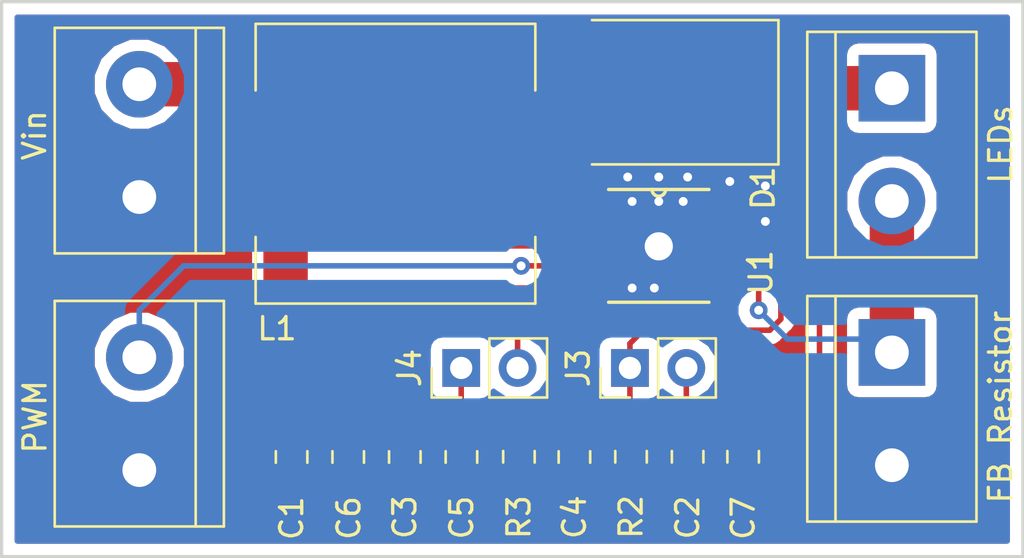
<source format=kicad_pcb>
(kicad_pcb (version 20171130) (host pcbnew "(5.0.2)-1")

  (general
    (thickness 1.6)
    (drawings 4)
    (tracks 102)
    (zones 0)
    (modules 18)
    (nets 13)
  )

  (page A4)
  (layers
    (0 F.Cu signal)
    (31 B.Cu signal)
    (32 B.Adhes user)
    (33 F.Adhes user)
    (34 B.Paste user)
    (35 F.Paste user)
    (36 B.SilkS user)
    (37 F.SilkS user)
    (38 B.Mask user)
    (39 F.Mask user)
    (40 Dwgs.User user)
    (41 Cmts.User user)
    (42 Eco1.User user)
    (43 Eco2.User user)
    (44 Edge.Cuts user)
    (45 Margin user)
    (46 B.CrtYd user)
    (47 F.CrtYd user)
    (48 B.Fab user)
    (49 F.Fab user hide)
  )

  (setup
    (last_trace_width 0.25)
    (trace_clearance 0.2)
    (zone_clearance 0.508)
    (zone_45_only no)
    (trace_min 0.2)
    (segment_width 0.2)
    (edge_width 0.15)
    (via_size 0.8)
    (via_drill 0.4)
    (via_min_size 0.4)
    (via_min_drill 0.3)
    (uvia_size 0.3)
    (uvia_drill 0.1)
    (uvias_allowed no)
    (uvia_min_size 0.2)
    (uvia_min_drill 0.1)
    (pcb_text_width 0.3)
    (pcb_text_size 1.5 1.5)
    (mod_edge_width 0.15)
    (mod_text_size 1 1)
    (mod_text_width 0.15)
    (pad_size 1.524 1.524)
    (pad_drill 0.762)
    (pad_to_mask_clearance 0.051)
    (solder_mask_min_width 0.25)
    (aux_axis_origin 0 0)
    (visible_elements 7FFFFFFF)
    (pcbplotparams
      (layerselection 0x010fc_ffffffff)
      (usegerberextensions false)
      (usegerberattributes false)
      (usegerberadvancedattributes false)
      (creategerberjobfile false)
      (excludeedgelayer true)
      (linewidth 0.100000)
      (plotframeref false)
      (viasonmask false)
      (mode 1)
      (useauxorigin false)
      (hpglpennumber 1)
      (hpglpenspeed 20)
      (hpglpendiameter 15.000000)
      (psnegative false)
      (psa4output false)
      (plotreference true)
      (plotvalue true)
      (plotinvisibletext false)
      (padsonsilk false)
      (subtractmaskfromsilk false)
      (outputformat 1)
      (mirror false)
      (drillshape 1)
      (scaleselection 1)
      (outputdirectory ""))
  )

  (net 0 "")
  (net 1 GND)
  (net 2 /PWM)
  (net 3 /Vin)
  (net 4 /FB)
  (net 5 /Vout)
  (net 6 /SW)
  (net 7 "Net-(C3-Pad1)")
  (net 8 /DIMC)
  (net 9 "Net-(C4-Pad1)")
  (net 10 "Net-(R3-Pad1)")
  (net 11 /OVP)
  (net 12 "Net-(C5-Pad1)")

  (net_class Default "This is the default net class."
    (clearance 0.2)
    (trace_width 0.25)
    (via_dia 0.8)
    (via_drill 0.4)
    (uvia_dia 0.3)
    (uvia_drill 0.1)
    (add_net /DIMC)
    (add_net /FB)
    (add_net /OVP)
    (add_net /PWM)
    (add_net /SW)
    (add_net /Vin)
    (add_net /Vout)
    (add_net GND)
    (add_net "Net-(C3-Pad1)")
    (add_net "Net-(C4-Pad1)")
    (add_net "Net-(C5-Pad1)")
    (add_net "Net-(R3-Pad1)")
  )

  (module TPS61500PWPR:SOP65P640X120-15N (layer F.Cu) (tedit 5D219052) (tstamp 5D3DD497)
    (at 51.6 26)
    (path /5D1EDDA4)
    (attr smd)
    (fp_text reference U1 (at 4.6 1.2 90) (layer F.SilkS)
      (effects (font (size 1 1) (thickness 0.15)))
    )
    (fp_text value TPS61500PWPR (at 1.7548 3.40789) (layer F.Fab)
      (effects (font (size 1.64206 1.64206) (thickness 0.05)))
    )
    (fp_line (start -2.2606 -1.8034) (end -2.2606 -2.1082) (layer Eco2.User) (width 0.1))
    (fp_line (start -2.2606 -2.1082) (end -3.302 -2.1082) (layer Eco2.User) (width 0.1))
    (fp_line (start -3.302 -2.1082) (end -3.302 -1.8034) (layer Eco2.User) (width 0.1))
    (fp_line (start -3.302 -1.8034) (end -2.2606 -1.8034) (layer Eco2.User) (width 0.1))
    (fp_line (start -2.2606 -1.143) (end -2.2606 -1.4478) (layer Eco2.User) (width 0.1))
    (fp_line (start -2.2606 -1.4478) (end -3.302 -1.4478) (layer Eco2.User) (width 0.1))
    (fp_line (start -3.302 -1.4478) (end -3.302 -1.143) (layer Eco2.User) (width 0.1))
    (fp_line (start -3.302 -1.143) (end -2.2606 -1.143) (layer Eco2.User) (width 0.1))
    (fp_line (start -2.2606 -0.508) (end -2.2606 -0.8128) (layer Eco2.User) (width 0.1))
    (fp_line (start -2.2606 -0.8128) (end -3.302 -0.8128) (layer Eco2.User) (width 0.1))
    (fp_line (start -3.302 -0.8128) (end -3.302 -0.508) (layer Eco2.User) (width 0.1))
    (fp_line (start -3.302 -0.508) (end -2.2606 -0.508) (layer Eco2.User) (width 0.1))
    (fp_line (start -2.2606 0.1524) (end -2.2606 -0.1524) (layer Eco2.User) (width 0.1))
    (fp_line (start -2.2606 -0.1524) (end -3.302 -0.1524) (layer Eco2.User) (width 0.1))
    (fp_line (start -3.302 -0.1524) (end -3.302 0.1524) (layer Eco2.User) (width 0.1))
    (fp_line (start -3.302 0.1524) (end -2.2606 0.1524) (layer Eco2.User) (width 0.1))
    (fp_line (start -2.2606 0.8128) (end -2.2606 0.508) (layer Eco2.User) (width 0.1))
    (fp_line (start -2.2606 0.508) (end -3.302 0.508) (layer Eco2.User) (width 0.1))
    (fp_line (start -3.302 0.508) (end -3.302 0.8128) (layer Eco2.User) (width 0.1))
    (fp_line (start -3.302 0.8128) (end -2.2606 0.8128) (layer Eco2.User) (width 0.1))
    (fp_line (start -2.2606 1.4478) (end -2.2606 1.143) (layer Eco2.User) (width 0.1))
    (fp_line (start -2.2606 1.143) (end -3.302 1.143) (layer Eco2.User) (width 0.1))
    (fp_line (start -3.302 1.143) (end -3.302 1.4478) (layer Eco2.User) (width 0.1))
    (fp_line (start -3.302 1.4478) (end -2.2606 1.4478) (layer Eco2.User) (width 0.1))
    (fp_line (start -2.2606 2.1082) (end -2.2606 1.8034) (layer Eco2.User) (width 0.1))
    (fp_line (start -2.2606 1.8034) (end -3.302 1.8034) (layer Eco2.User) (width 0.1))
    (fp_line (start -3.302 1.8034) (end -3.302 2.1082) (layer Eco2.User) (width 0.1))
    (fp_line (start -3.302 2.1082) (end -2.2606 2.1082) (layer Eco2.User) (width 0.1))
    (fp_line (start 2.2606 1.8034) (end 2.2606 2.1082) (layer Eco2.User) (width 0.1))
    (fp_line (start 2.2606 2.1082) (end 3.302 2.1082) (layer Eco2.User) (width 0.1))
    (fp_line (start 3.302 2.1082) (end 3.302 1.8034) (layer Eco2.User) (width 0.1))
    (fp_line (start 3.302 1.8034) (end 2.2606 1.8034) (layer Eco2.User) (width 0.1))
    (fp_line (start 2.2606 1.143) (end 2.2606 1.4478) (layer Eco2.User) (width 0.1))
    (fp_line (start 2.2606 1.4478) (end 3.302 1.4478) (layer Eco2.User) (width 0.1))
    (fp_line (start 3.302 1.4478) (end 3.302 1.143) (layer Eco2.User) (width 0.1))
    (fp_line (start 3.302 1.143) (end 2.2606 1.143) (layer Eco2.User) (width 0.1))
    (fp_line (start 2.2606 0.508) (end 2.2606 0.8128) (layer Eco2.User) (width 0.1))
    (fp_line (start 2.2606 0.8128) (end 3.302 0.8128) (layer Eco2.User) (width 0.1))
    (fp_line (start 3.302 0.8128) (end 3.302 0.508) (layer Eco2.User) (width 0.1))
    (fp_line (start 3.302 0.508) (end 2.2606 0.508) (layer Eco2.User) (width 0.1))
    (fp_line (start 2.2606 -0.1524) (end 2.2606 0.1524) (layer Eco2.User) (width 0.1))
    (fp_line (start 2.2606 0.1524) (end 3.302 0.1524) (layer Eco2.User) (width 0.1))
    (fp_line (start 3.302 0.1524) (end 3.302 -0.1524) (layer Eco2.User) (width 0.1))
    (fp_line (start 3.302 -0.1524) (end 2.2606 -0.1524) (layer Eco2.User) (width 0.1))
    (fp_line (start 2.2606 -0.8128) (end 2.2606 -0.508) (layer Eco2.User) (width 0.1))
    (fp_line (start 2.2606 -0.508) (end 3.302 -0.508) (layer Eco2.User) (width 0.1))
    (fp_line (start 3.302 -0.508) (end 3.302 -0.8128) (layer Eco2.User) (width 0.1))
    (fp_line (start 3.302 -0.8128) (end 2.2606 -0.8128) (layer Eco2.User) (width 0.1))
    (fp_line (start 2.2606 -1.4478) (end 2.2606 -1.143) (layer Eco2.User) (width 0.1))
    (fp_line (start 2.2606 -1.143) (end 3.302 -1.143) (layer Eco2.User) (width 0.1))
    (fp_line (start 3.302 -1.143) (end 3.302 -1.4478) (layer Eco2.User) (width 0.1))
    (fp_line (start 3.302 -1.4478) (end 2.2606 -1.4478) (layer Eco2.User) (width 0.1))
    (fp_line (start 2.2606 -2.1082) (end 2.2606 -1.8034) (layer Eco2.User) (width 0.1))
    (fp_line (start 2.2606 -1.8034) (end 3.302 -1.8034) (layer Eco2.User) (width 0.1))
    (fp_line (start 3.302 -1.8034) (end 3.302 -2.1082) (layer Eco2.User) (width 0.1))
    (fp_line (start 3.302 -2.1082) (end 2.2606 -2.1082) (layer Eco2.User) (width 0.1))
    (fp_line (start -2.2606 2.54) (end 2.2606 2.54) (layer Eco2.User) (width 0.1))
    (fp_line (start 2.2606 2.54) (end 2.2606 -2.54) (layer Eco2.User) (width 0.1))
    (fp_line (start 2.2606 -2.54) (end 0.3048 -2.54) (layer Eco2.User) (width 0.1))
    (fp_line (start 0.3048 -2.54) (end -0.3048 -2.54) (layer Eco2.User) (width 0.1))
    (fp_line (start -0.3048 -2.54) (end -2.2606 -2.54) (layer Eco2.User) (width 0.1))
    (fp_line (start -2.2606 -2.54) (end -2.2606 2.54) (layer Eco2.User) (width 0.1))
    (fp_arc (start 0 -2.54) (end -0.3048 -2.54) (angle -180) (layer Eco2.User) (width 0.1))
    (fp_line (start 3.9878 0.635) (end 4.9784 0.635) (layer F.SilkS) (width 0.1524))
    (fp_line (start -2.2606 2.54) (end 2.2606 2.54) (layer F.SilkS) (width 0.1524))
    (fp_line (start 2.2606 -2.54) (end 0.3048 -2.54) (layer F.SilkS) (width 0.1524))
    (fp_line (start 0.3048 -2.54) (end -0.3048 -2.54) (layer F.SilkS) (width 0.1524))
    (fp_line (start -0.3048 -2.54) (end -2.2606 -2.54) (layer F.SilkS) (width 0.1524))
    (fp_arc (start 0 -2.54) (end -0.3048 -2.54) (angle -180) (layer F.SilkS) (width 0.1524))
    (pad 1 smd rect (at -2.921 -1.9558) (size 1.4732 0.3556) (layers F.Cu F.Paste F.Mask)
      (net 6 /SW))
    (pad 2 smd rect (at -2.921 -1.2954) (size 1.4732 0.3556) (layers F.Cu F.Paste F.Mask)
      (net 6 /SW))
    (pad 3 smd rect (at -2.921 -0.6604) (size 1.4732 0.3556) (layers F.Cu F.Paste F.Mask)
      (net 3 /Vin))
    (pad 4 smd rect (at -2.921 0) (size 1.4732 0.3556) (layers F.Cu F.Paste F.Mask)
      (net 2 /PWM))
    (pad 5 smd rect (at -2.921 0.6604) (size 1.4732 0.3556) (layers F.Cu F.Paste F.Mask)
      (net 7 "Net-(C3-Pad1)"))
    (pad 6 smd rect (at -2.921 1.2954) (size 1.4732 0.3556) (layers F.Cu F.Paste F.Mask)
      (net 8 /DIMC))
    (pad 7 smd rect (at -2.921 1.9558) (size 1.4732 0.3556) (layers F.Cu F.Paste F.Mask)
      (net 1 GND))
    (pad 8 smd rect (at 2.921 1.9558) (size 1.4732 0.3556) (layers F.Cu F.Paste F.Mask)
      (net 9 "Net-(C4-Pad1)"))
    (pad 9 smd rect (at 2.921 1.2954) (size 1.4732 0.3556) (layers F.Cu F.Paste F.Mask)
      (net 4 /FB))
    (pad 10 smd rect (at 2.921 0.6604) (size 1.4732 0.3556) (layers F.Cu F.Paste F.Mask)
      (net 10 "Net-(R3-Pad1)"))
    (pad 11 smd rect (at 2.921 0) (size 1.4732 0.3556) (layers F.Cu F.Paste F.Mask)
      (net 11 /OVP))
    (pad 12 smd rect (at 2.921 -0.6604) (size 1.4732 0.3556) (layers F.Cu F.Paste F.Mask)
      (net 1 GND))
    (pad 13 smd rect (at 2.921 -1.2954) (size 1.4732 0.3556) (layers F.Cu F.Paste F.Mask)
      (net 1 GND))
    (pad 14 smd rect (at 2.921 -1.9558) (size 1.4732 0.3556) (layers F.Cu F.Paste F.Mask)
      (net 1 GND))
    (pad 15 smd rect (at 0 0) (size 2.3114 2.4638) (layers F.Cu F.Paste F.Mask)
      (net 1 GND))
  )

  (module Diode_SMD:D_SMC (layer F.Cu) (tedit 5864295D) (tstamp 5D3DE968)
    (at 52.19 19.08 180)
    (descr "Diode SMC (DO-214AB)")
    (tags "Diode SMC (DO-214AB)")
    (path /5D1F7EC7)
    (attr smd)
    (fp_text reference D1 (at -4.11 -4.32 270) (layer F.SilkS)
      (effects (font (size 1 1) (thickness 0.15)))
    )
    (fp_text value SS54 (at 0 2.18 180) (layer F.Fab)
      (effects (font (size 1 1) (thickness 0.15)))
    )
    (fp_text user %R (at 0 -1.9 180) (layer F.Fab)
      (effects (font (size 1 1) (thickness 0.15)))
    )
    (fp_line (start -4.8 3.25) (end -4.8 -3.25) (layer F.SilkS) (width 0.12))
    (fp_line (start 3.55 3.1) (end -3.55 3.1) (layer F.Fab) (width 0.1))
    (fp_line (start -3.55 3.1) (end -3.55 -3.1) (layer F.Fab) (width 0.1))
    (fp_line (start 3.55 -3.1) (end 3.55 3.1) (layer F.Fab) (width 0.1))
    (fp_line (start 3.55 -3.1) (end -3.55 -3.1) (layer F.Fab) (width 0.1))
    (fp_line (start -4.9 -3.35) (end 4.9 -3.35) (layer F.CrtYd) (width 0.05))
    (fp_line (start 4.9 -3.35) (end 4.9 3.35) (layer F.CrtYd) (width 0.05))
    (fp_line (start 4.9 3.35) (end -4.9 3.35) (layer F.CrtYd) (width 0.05))
    (fp_line (start -4.9 3.35) (end -4.9 -3.35) (layer F.CrtYd) (width 0.05))
    (fp_line (start -0.64944 0.00102) (end -1.55114 0.00102) (layer F.Fab) (width 0.1))
    (fp_line (start 0.50118 0.00102) (end 1.4994 0.00102) (layer F.Fab) (width 0.1))
    (fp_line (start -0.64944 -0.79908) (end -0.64944 0.80112) (layer F.Fab) (width 0.1))
    (fp_line (start 0.50118 0.75032) (end 0.50118 -0.79908) (layer F.Fab) (width 0.1))
    (fp_line (start -0.64944 0.00102) (end 0.50118 0.75032) (layer F.Fab) (width 0.1))
    (fp_line (start -0.64944 0.00102) (end 0.50118 -0.79908) (layer F.Fab) (width 0.1))
    (fp_line (start -4.8 3.25) (end 3.6 3.25) (layer F.SilkS) (width 0.12))
    (fp_line (start -4.8 -3.25) (end 3.6 -3.25) (layer F.SilkS) (width 0.12))
    (pad 1 smd rect (at -3.4 0 270) (size 3.3 2.5) (layers F.Cu F.Paste F.Mask)
      (net 5 /Vout))
    (pad 2 smd rect (at 3.4 0 270) (size 3.3 2.5) (layers F.Cu F.Paste F.Mask)
      (net 6 /SW))
    (model ${KISYS3DMOD}/Diode_SMD.3dshapes/D_SMC.wrl
      (at (xyz 0 0 0))
      (scale (xyz 1 1 1))
      (rotate (xyz 0 0 0))
    )
  )

  (module Capacitor_SMD:C_0805_2012Metric (layer F.Cu) (tedit 5B36C52B) (tstamp 5D3DD5C3)
    (at 35.06 35.51 270)
    (descr "Capacitor SMD 0805 (2012 Metric), square (rectangular) end terminal, IPC_7351 nominal, (Body size source: https://docs.google.com/spreadsheets/d/1BsfQQcO9C6DZCsRaXUlFlo91Tg2WpOkGARC1WS5S8t0/edit?usp=sharing), generated with kicad-footprint-generator")
    (tags capacitor)
    (path /5D1F7E5F)
    (attr smd)
    (fp_text reference C1 (at 2.76 0 270) (layer F.SilkS)
      (effects (font (size 1 1) (thickness 0.15)))
    )
    (fp_text value 10uF (at 0 1.65 270) (layer F.Fab)
      (effects (font (size 1 1) (thickness 0.15)))
    )
    (fp_line (start -1 0.6) (end -1 -0.6) (layer F.Fab) (width 0.1))
    (fp_line (start -1 -0.6) (end 1 -0.6) (layer F.Fab) (width 0.1))
    (fp_line (start 1 -0.6) (end 1 0.6) (layer F.Fab) (width 0.1))
    (fp_line (start 1 0.6) (end -1 0.6) (layer F.Fab) (width 0.1))
    (fp_line (start -0.258578 -0.71) (end 0.258578 -0.71) (layer F.SilkS) (width 0.12))
    (fp_line (start -0.258578 0.71) (end 0.258578 0.71) (layer F.SilkS) (width 0.12))
    (fp_line (start -1.68 0.95) (end -1.68 -0.95) (layer F.CrtYd) (width 0.05))
    (fp_line (start -1.68 -0.95) (end 1.68 -0.95) (layer F.CrtYd) (width 0.05))
    (fp_line (start 1.68 -0.95) (end 1.68 0.95) (layer F.CrtYd) (width 0.05))
    (fp_line (start 1.68 0.95) (end -1.68 0.95) (layer F.CrtYd) (width 0.05))
    (fp_text user %R (at 0 0 270) (layer F.Fab)
      (effects (font (size 0.5 0.5) (thickness 0.08)))
    )
    (pad 1 smd roundrect (at -0.9375 0 270) (size 0.975 1.4) (layers F.Cu F.Paste F.Mask) (roundrect_rratio 0.25)
      (net 3 /Vin))
    (pad 2 smd roundrect (at 0.9375 0 270) (size 0.975 1.4) (layers F.Cu F.Paste F.Mask) (roundrect_rratio 0.25)
      (net 1 GND))
    (model ${KISYS3DMOD}/Capacitor_SMD.3dshapes/C_0805_2012Metric.wrl
      (at (xyz 0 0 0))
      (scale (xyz 1 1 1))
      (rotate (xyz 0 0 0))
    )
  )

  (module Capacitor_SMD:C_0805_2012Metric (layer F.Cu) (tedit 5B36C52B) (tstamp 5D3DD5B2)
    (at 45.3 35.5 270)
    (descr "Capacitor SMD 0805 (2012 Metric), square (rectangular) end terminal, IPC_7351 nominal, (Body size source: https://docs.google.com/spreadsheets/d/1BsfQQcO9C6DZCsRaXUlFlo91Tg2WpOkGARC1WS5S8t0/edit?usp=sharing), generated with kicad-footprint-generator")
    (tags capacitor)
    (path /5D1F7AAC)
    (attr smd)
    (fp_text reference R3 (at 2.72 0 270) (layer F.SilkS)
      (effects (font (size 1 1) (thickness 0.15)))
    )
    (fp_text value 33k (at 0 1.65 270) (layer F.Fab)
      (effects (font (size 1 1) (thickness 0.15)))
    )
    (fp_text user %R (at 0 0 270) (layer F.Fab)
      (effects (font (size 0.5 0.5) (thickness 0.08)))
    )
    (fp_line (start 1.68 0.95) (end -1.68 0.95) (layer F.CrtYd) (width 0.05))
    (fp_line (start 1.68 -0.95) (end 1.68 0.95) (layer F.CrtYd) (width 0.05))
    (fp_line (start -1.68 -0.95) (end 1.68 -0.95) (layer F.CrtYd) (width 0.05))
    (fp_line (start -1.68 0.95) (end -1.68 -0.95) (layer F.CrtYd) (width 0.05))
    (fp_line (start -0.258578 0.71) (end 0.258578 0.71) (layer F.SilkS) (width 0.12))
    (fp_line (start -0.258578 -0.71) (end 0.258578 -0.71) (layer F.SilkS) (width 0.12))
    (fp_line (start 1 0.6) (end -1 0.6) (layer F.Fab) (width 0.1))
    (fp_line (start 1 -0.6) (end 1 0.6) (layer F.Fab) (width 0.1))
    (fp_line (start -1 -0.6) (end 1 -0.6) (layer F.Fab) (width 0.1))
    (fp_line (start -1 0.6) (end -1 -0.6) (layer F.Fab) (width 0.1))
    (pad 2 smd roundrect (at 0.9375 0 270) (size 0.975 1.4) (layers F.Cu F.Paste F.Mask) (roundrect_rratio 0.25)
      (net 1 GND))
    (pad 1 smd roundrect (at -0.9375 0 270) (size 0.975 1.4) (layers F.Cu F.Paste F.Mask) (roundrect_rratio 0.25)
      (net 10 "Net-(R3-Pad1)"))
    (model ${KISYS3DMOD}/Capacitor_SMD.3dshapes/C_0805_2012Metric.wrl
      (at (xyz 0 0 0))
      (scale (xyz 1 1 1))
      (rotate (xyz 0 0 0))
    )
  )

  (module Capacitor_SMD:C_0805_2012Metric (layer F.Cu) (tedit 5B36C52B) (tstamp 5D3DD5A1)
    (at 50.35 35.5 270)
    (descr "Capacitor SMD 0805 (2012 Metric), square (rectangular) end terminal, IPC_7351 nominal, (Body size source: https://docs.google.com/spreadsheets/d/1BsfQQcO9C6DZCsRaXUlFlo91Tg2WpOkGARC1WS5S8t0/edit?usp=sharing), generated with kicad-footprint-generator")
    (tags capacitor)
    (path /5D1F7B84)
    (attr smd)
    (fp_text reference R2 (at 2.71 0 270) (layer F.SilkS)
      (effects (font (size 1 1) (thickness 0.15)))
    )
    (fp_text value 10k (at 0 1.65 270) (layer F.Fab)
      (effects (font (size 1 1) (thickness 0.15)))
    )
    (fp_line (start -1 0.6) (end -1 -0.6) (layer F.Fab) (width 0.1))
    (fp_line (start -1 -0.6) (end 1 -0.6) (layer F.Fab) (width 0.1))
    (fp_line (start 1 -0.6) (end 1 0.6) (layer F.Fab) (width 0.1))
    (fp_line (start 1 0.6) (end -1 0.6) (layer F.Fab) (width 0.1))
    (fp_line (start -0.258578 -0.71) (end 0.258578 -0.71) (layer F.SilkS) (width 0.12))
    (fp_line (start -0.258578 0.71) (end 0.258578 0.71) (layer F.SilkS) (width 0.12))
    (fp_line (start -1.68 0.95) (end -1.68 -0.95) (layer F.CrtYd) (width 0.05))
    (fp_line (start -1.68 -0.95) (end 1.68 -0.95) (layer F.CrtYd) (width 0.05))
    (fp_line (start 1.68 -0.95) (end 1.68 0.95) (layer F.CrtYd) (width 0.05))
    (fp_line (start 1.68 0.95) (end -1.68 0.95) (layer F.CrtYd) (width 0.05))
    (fp_text user %R (at 0 0 270) (layer F.Fab)
      (effects (font (size 0.5 0.5) (thickness 0.08)))
    )
    (pad 1 smd roundrect (at -0.9375 0 270) (size 0.975 1.4) (layers F.Cu F.Paste F.Mask) (roundrect_rratio 0.25)
      (net 11 /OVP))
    (pad 2 smd roundrect (at 0.9375 0 270) (size 0.975 1.4) (layers F.Cu F.Paste F.Mask) (roundrect_rratio 0.25)
      (net 1 GND))
    (model ${KISYS3DMOD}/Capacitor_SMD.3dshapes/C_0805_2012Metric.wrl
      (at (xyz 0 0 0))
      (scale (xyz 1 1 1))
      (rotate (xyz 0 0 0))
    )
  )

  (module Capacitor_SMD:C_0805_2012Metric (layer F.Cu) (tedit 5D21904D) (tstamp 5D3DD590)
    (at 52.9 35.5 270)
    (descr "Capacitor SMD 0805 (2012 Metric), square (rectangular) end terminal, IPC_7351 nominal, (Body size source: https://docs.google.com/spreadsheets/d/1BsfQQcO9C6DZCsRaXUlFlo91Tg2WpOkGARC1WS5S8t0/edit?usp=sharing), generated with kicad-footprint-generator")
    (tags capacitor)
    (path /5D1F7E2B)
    (attr smd)
    (fp_text reference C2 (at 2.74 0 270) (layer F.SilkS)
      (effects (font (size 1 1) (thickness 0.15)))
    )
    (fp_text value 10uF (at 0 1.65 270) (layer F.Fab)
      (effects (font (size 1 1) (thickness 0.15)))
    )
    (fp_text user %R (at 0 0 270) (layer F.Fab)
      (effects (font (size 0.5 0.5) (thickness 0.08)))
    )
    (fp_line (start 1.68 0.95) (end -1.68 0.95) (layer F.CrtYd) (width 0.05))
    (fp_line (start 1.68 -0.95) (end 1.68 0.95) (layer F.CrtYd) (width 0.05))
    (fp_line (start -1.68 -0.95) (end 1.68 -0.95) (layer F.CrtYd) (width 0.05))
    (fp_line (start -1.68 0.95) (end -1.68 -0.95) (layer F.CrtYd) (width 0.05))
    (fp_line (start -0.258578 0.71) (end 0.258578 0.71) (layer F.SilkS) (width 0.12))
    (fp_line (start -0.258578 -0.71) (end 0.258578 -0.71) (layer F.SilkS) (width 0.12))
    (fp_line (start 1 0.6) (end -1 0.6) (layer F.Fab) (width 0.1))
    (fp_line (start 1 -0.6) (end 1 0.6) (layer F.Fab) (width 0.1))
    (fp_line (start -1 -0.6) (end 1 -0.6) (layer F.Fab) (width 0.1))
    (fp_line (start -1 0.6) (end -1 -0.6) (layer F.Fab) (width 0.1))
    (pad 2 smd roundrect (at 0.9375 0 270) (size 0.975 1.4) (layers F.Cu F.Paste F.Mask) (roundrect_rratio 0.25)
      (net 1 GND))
    (pad 1 smd roundrect (at -0.9375 0 270) (size 0.975 1.4) (layers F.Cu F.Paste F.Mask) (roundrect_rratio 0.25)
      (net 5 /Vout))
    (model ${KISYS3DMOD}/Capacitor_SMD.3dshapes/C_0805_2012Metric.wrl
      (at (xyz 0 0 0))
      (scale (xyz 1 1 1))
      (rotate (xyz 0 0 0))
    )
  )

  (module Capacitor_SMD:C_0805_2012Metric (layer F.Cu) (tedit 5B36C52B) (tstamp 5D3DD57F)
    (at 40.16 35.51 270)
    (descr "Capacitor SMD 0805 (2012 Metric), square (rectangular) end terminal, IPC_7351 nominal, (Body size source: https://docs.google.com/spreadsheets/d/1BsfQQcO9C6DZCsRaXUlFlo91Tg2WpOkGARC1WS5S8t0/edit?usp=sharing), generated with kicad-footprint-generator")
    (tags capacitor)
    (path /5D1F7E80)
    (attr smd)
    (fp_text reference C3 (at 2.71 0 270) (layer F.SilkS)
      (effects (font (size 1 1) (thickness 0.15)))
    )
    (fp_text value 0.1uF (at 0 1.3 270) (layer F.Fab)
      (effects (font (size 1 1) (thickness 0.15)))
    )
    (fp_line (start -1 0.6) (end -1 -0.6) (layer F.Fab) (width 0.1))
    (fp_line (start -1 -0.6) (end 1 -0.6) (layer F.Fab) (width 0.1))
    (fp_line (start 1 -0.6) (end 1 0.6) (layer F.Fab) (width 0.1))
    (fp_line (start 1 0.6) (end -1 0.6) (layer F.Fab) (width 0.1))
    (fp_line (start -0.258578 -0.71) (end 0.258578 -0.71) (layer F.SilkS) (width 0.12))
    (fp_line (start -0.258578 0.71) (end 0.258578 0.71) (layer F.SilkS) (width 0.12))
    (fp_line (start -1.68 0.95) (end -1.68 -0.95) (layer F.CrtYd) (width 0.05))
    (fp_line (start -1.68 -0.95) (end 1.68 -0.95) (layer F.CrtYd) (width 0.05))
    (fp_line (start 1.68 -0.95) (end 1.68 0.95) (layer F.CrtYd) (width 0.05))
    (fp_line (start 1.68 0.95) (end -1.68 0.95) (layer F.CrtYd) (width 0.05))
    (fp_text user %R (at 0 0 270) (layer F.Fab)
      (effects (font (size 0.5 0.5) (thickness 0.08)))
    )
    (pad 1 smd roundrect (at -0.9375 0 270) (size 0.975 1.4) (layers F.Cu F.Paste F.Mask) (roundrect_rratio 0.25)
      (net 7 "Net-(C3-Pad1)"))
    (pad 2 smd roundrect (at 0.9375 0 270) (size 0.975 1.4) (layers F.Cu F.Paste F.Mask) (roundrect_rratio 0.25)
      (net 1 GND))
    (model ${KISYS3DMOD}/Capacitor_SMD.3dshapes/C_0805_2012Metric.wrl
      (at (xyz 0 0 0))
      (scale (xyz 1 1 1))
      (rotate (xyz 0 0 0))
    )
  )

  (module Capacitor_SMD:C_0805_2012Metric (layer F.Cu) (tedit 5B36C52B) (tstamp 5D3DD56E)
    (at 47.8 35.51 270)
    (descr "Capacitor SMD 0805 (2012 Metric), square (rectangular) end terminal, IPC_7351 nominal, (Body size source: https://docs.google.com/spreadsheets/d/1BsfQQcO9C6DZCsRaXUlFlo91Tg2WpOkGARC1WS5S8t0/edit?usp=sharing), generated with kicad-footprint-generator")
    (tags capacitor)
    (path /5D1F7E08)
    (attr smd)
    (fp_text reference C4 (at 2.71 0 270) (layer F.SilkS)
      (effects (font (size 1 1) (thickness 0.15)))
    )
    (fp_text value 0.1uF (at 0 1.65 270) (layer F.Fab)
      (effects (font (size 1 1) (thickness 0.15)))
    )
    (fp_text user %R (at 0 0 270) (layer F.Fab)
      (effects (font (size 0.5 0.5) (thickness 0.08)))
    )
    (fp_line (start 1.68 0.95) (end -1.68 0.95) (layer F.CrtYd) (width 0.05))
    (fp_line (start 1.68 -0.95) (end 1.68 0.95) (layer F.CrtYd) (width 0.05))
    (fp_line (start -1.68 -0.95) (end 1.68 -0.95) (layer F.CrtYd) (width 0.05))
    (fp_line (start -1.68 0.95) (end -1.68 -0.95) (layer F.CrtYd) (width 0.05))
    (fp_line (start -0.258578 0.71) (end 0.258578 0.71) (layer F.SilkS) (width 0.12))
    (fp_line (start -0.258578 -0.71) (end 0.258578 -0.71) (layer F.SilkS) (width 0.12))
    (fp_line (start 1 0.6) (end -1 0.6) (layer F.Fab) (width 0.1))
    (fp_line (start 1 -0.6) (end 1 0.6) (layer F.Fab) (width 0.1))
    (fp_line (start -1 -0.6) (end 1 -0.6) (layer F.Fab) (width 0.1))
    (fp_line (start -1 0.6) (end -1 -0.6) (layer F.Fab) (width 0.1))
    (pad 2 smd roundrect (at 0.9375 0 270) (size 0.975 1.4) (layers F.Cu F.Paste F.Mask) (roundrect_rratio 0.25)
      (net 1 GND))
    (pad 1 smd roundrect (at -0.9375 0 270) (size 0.975 1.4) (layers F.Cu F.Paste F.Mask) (roundrect_rratio 0.25)
      (net 9 "Net-(C4-Pad1)"))
    (model ${KISYS3DMOD}/Capacitor_SMD.3dshapes/C_0805_2012Metric.wrl
      (at (xyz 0 0 0))
      (scale (xyz 1 1 1))
      (rotate (xyz 0 0 0))
    )
  )

  (module Capacitor_SMD:C_0805_2012Metric (layer F.Cu) (tedit 5B36C52B) (tstamp 5D3DD55D)
    (at 42.71 35.51 270)
    (descr "Capacitor SMD 0805 (2012 Metric), square (rectangular) end terminal, IPC_7351 nominal, (Body size source: https://docs.google.com/spreadsheets/d/1BsfQQcO9C6DZCsRaXUlFlo91Tg2WpOkGARC1WS5S8t0/edit?usp=sharing), generated with kicad-footprint-generator")
    (tags capacitor)
    (path /5D1F7DA6)
    (attr smd)
    (fp_text reference C5 (at 2.73 -0.01 270) (layer F.SilkS)
      (effects (font (size 1 1) (thickness 0.15)))
    )
    (fp_text value 1uF (at 0 1.65 270) (layer F.Fab)
      (effects (font (size 1 1) (thickness 0.15)))
    )
    (fp_line (start -1 0.6) (end -1 -0.6) (layer F.Fab) (width 0.1))
    (fp_line (start -1 -0.6) (end 1 -0.6) (layer F.Fab) (width 0.1))
    (fp_line (start 1 -0.6) (end 1 0.6) (layer F.Fab) (width 0.1))
    (fp_line (start 1 0.6) (end -1 0.6) (layer F.Fab) (width 0.1))
    (fp_line (start -0.258578 -0.71) (end 0.258578 -0.71) (layer F.SilkS) (width 0.12))
    (fp_line (start -0.258578 0.71) (end 0.258578 0.71) (layer F.SilkS) (width 0.12))
    (fp_line (start -1.68 0.95) (end -1.68 -0.95) (layer F.CrtYd) (width 0.05))
    (fp_line (start -1.68 -0.95) (end 1.68 -0.95) (layer F.CrtYd) (width 0.05))
    (fp_line (start 1.68 -0.95) (end 1.68 0.95) (layer F.CrtYd) (width 0.05))
    (fp_line (start 1.68 0.95) (end -1.68 0.95) (layer F.CrtYd) (width 0.05))
    (fp_text user %R (at 0 0 270) (layer F.Fab)
      (effects (font (size 0.5 0.5) (thickness 0.08)))
    )
    (pad 1 smd roundrect (at -0.9375 0 270) (size 0.975 1.4) (layers F.Cu F.Paste F.Mask) (roundrect_rratio 0.25)
      (net 12 "Net-(C5-Pad1)"))
    (pad 2 smd roundrect (at 0.9375 0 270) (size 0.975 1.4) (layers F.Cu F.Paste F.Mask) (roundrect_rratio 0.25)
      (net 1 GND))
    (model ${KISYS3DMOD}/Capacitor_SMD.3dshapes/C_0805_2012Metric.wrl
      (at (xyz 0 0 0))
      (scale (xyz 1 1 1))
      (rotate (xyz 0 0 0))
    )
  )

  (module Capacitor_SMD:C_0805_2012Metric (layer F.Cu) (tedit 5D219038) (tstamp 5D3DD54C)
    (at 55.4 35.5 270)
    (descr "Capacitor SMD 0805 (2012 Metric), square (rectangular) end terminal, IPC_7351 nominal, (Body size source: https://docs.google.com/spreadsheets/d/1BsfQQcO9C6DZCsRaXUlFlo91Tg2WpOkGARC1WS5S8t0/edit?usp=sharing), generated with kicad-footprint-generator")
    (tags capacitor)
    (path /5D21DAD7)
    (attr smd)
    (fp_text reference C7 (at 2.76 0 270) (layer F.SilkS)
      (effects (font (size 1 1) (thickness 0.15)))
    )
    (fp_text value C (at 0 1.65 270) (layer F.Fab)
      (effects (font (size 1 1) (thickness 0.15)))
    )
    (fp_text user %R (at 0 0 270) (layer F.Fab)
      (effects (font (size 0.5 0.5) (thickness 0.08)))
    )
    (fp_line (start 1.68 0.95) (end -1.68 0.95) (layer F.CrtYd) (width 0.05))
    (fp_line (start 1.68 -0.95) (end 1.68 0.95) (layer F.CrtYd) (width 0.05))
    (fp_line (start -1.68 -0.95) (end 1.68 -0.95) (layer F.CrtYd) (width 0.05))
    (fp_line (start -1.68 0.95) (end -1.68 -0.95) (layer F.CrtYd) (width 0.05))
    (fp_line (start -0.258578 0.71) (end 0.258578 0.71) (layer F.SilkS) (width 0.12))
    (fp_line (start -0.258578 -0.71) (end 0.258578 -0.71) (layer F.SilkS) (width 0.12))
    (fp_line (start 1 0.6) (end -1 0.6) (layer F.Fab) (width 0.1))
    (fp_line (start 1 -0.6) (end 1 0.6) (layer F.Fab) (width 0.1))
    (fp_line (start -1 -0.6) (end 1 -0.6) (layer F.Fab) (width 0.1))
    (fp_line (start -1 0.6) (end -1 -0.6) (layer F.Fab) (width 0.1))
    (pad 2 smd roundrect (at 0.9375 0 270) (size 0.975 1.4) (layers F.Cu F.Paste F.Mask) (roundrect_rratio 0.25)
      (net 1 GND))
    (pad 1 smd roundrect (at -0.9375 0 270) (size 0.975 1.4) (layers F.Cu F.Paste F.Mask) (roundrect_rratio 0.25)
      (net 5 /Vout))
    (model ${KISYS3DMOD}/Capacitor_SMD.3dshapes/C_0805_2012Metric.wrl
      (at (xyz 0 0 0))
      (scale (xyz 1 1 1))
      (rotate (xyz 0 0 0))
    )
  )

  (module Capacitor_SMD:C_0805_2012Metric (layer F.Cu) (tedit 5D21926C) (tstamp 5D3DD53B)
    (at 37.61 35.51 270)
    (descr "Capacitor SMD 0805 (2012 Metric), square (rectangular) end terminal, IPC_7351 nominal, (Body size source: https://docs.google.com/spreadsheets/d/1BsfQQcO9C6DZCsRaXUlFlo91Tg2WpOkGARC1WS5S8t0/edit?usp=sharing), generated with kicad-footprint-generator")
    (tags capacitor)
    (path /5D21B57E)
    (attr smd)
    (fp_text reference C6 (at 2.75 -0.03 270) (layer F.SilkS)
      (effects (font (size 1 1) (thickness 0.15)))
    )
    (fp_text value C (at -0.02 1 270) (layer F.Fab)
      (effects (font (size 1 1) (thickness 0.15)))
    )
    (fp_line (start -1 0.6) (end -1 -0.6) (layer F.Fab) (width 0.1))
    (fp_line (start -1 -0.6) (end 1 -0.6) (layer F.Fab) (width 0.1))
    (fp_line (start 1 -0.6) (end 1 0.6) (layer F.Fab) (width 0.1))
    (fp_line (start 1 0.6) (end -1 0.6) (layer F.Fab) (width 0.1))
    (fp_line (start -0.258578 -0.71) (end 0.258578 -0.71) (layer F.SilkS) (width 0.12))
    (fp_line (start -0.258578 0.71) (end 0.258578 0.71) (layer F.SilkS) (width 0.12))
    (fp_line (start -1.68 0.95) (end -1.68 -0.95) (layer F.CrtYd) (width 0.05))
    (fp_line (start -1.68 -0.95) (end 1.68 -0.95) (layer F.CrtYd) (width 0.05))
    (fp_line (start 1.68 -0.95) (end 1.68 0.95) (layer F.CrtYd) (width 0.05))
    (fp_line (start 1.68 0.95) (end -1.68 0.95) (layer F.CrtYd) (width 0.05))
    (fp_text user %R (at 0 0 270) (layer F.Fab)
      (effects (font (size 0.5 0.5) (thickness 0.08)))
    )
    (pad 1 smd roundrect (at -0.9375 0 270) (size 0.975 1.4) (layers F.Cu F.Paste F.Mask) (roundrect_rratio 0.25)
      (net 3 /Vin))
    (pad 2 smd roundrect (at 0.9375 0 270) (size 0.975 1.4) (layers F.Cu F.Paste F.Mask) (roundrect_rratio 0.25)
      (net 1 GND))
    (model ${KISYS3DMOD}/Capacitor_SMD.3dshapes/C_0805_2012Metric.wrl
      (at (xyz 0 0 0))
      (scale (xyz 1 1 1))
      (rotate (xyz 0 0 0))
    )
  )

  (module Connector_PinHeader_2.54mm:PinHeader_1x02_P2.54mm_Vertical (layer F.Cu) (tedit 59FED5CC) (tstamp 5D3DD52A)
    (at 42.7 31.5 90)
    (descr "Through hole straight pin header, 1x02, 2.54mm pitch, single row")
    (tags "Through hole pin header THT 1x02 2.54mm single row")
    (path /5D218889)
    (fp_text reference J4 (at 0 -2.33 90) (layer F.SilkS)
      (effects (font (size 1 1) (thickness 0.15)))
    )
    (fp_text value EN_DIMC (at -1.5 1.3 180) (layer F.Fab)
      (effects (font (size 1 1) (thickness 0.15)))
    )
    (fp_text user %R (at 0 1.27 180) (layer F.Fab)
      (effects (font (size 1 1) (thickness 0.15)))
    )
    (fp_line (start 1.8 -1.8) (end -1.8 -1.8) (layer F.CrtYd) (width 0.05))
    (fp_line (start 1.8 4.35) (end 1.8 -1.8) (layer F.CrtYd) (width 0.05))
    (fp_line (start -1.8 4.35) (end 1.8 4.35) (layer F.CrtYd) (width 0.05))
    (fp_line (start -1.8 -1.8) (end -1.8 4.35) (layer F.CrtYd) (width 0.05))
    (fp_line (start -1.33 -1.33) (end 0 -1.33) (layer F.SilkS) (width 0.12))
    (fp_line (start -1.33 0) (end -1.33 -1.33) (layer F.SilkS) (width 0.12))
    (fp_line (start -1.33 1.27) (end 1.33 1.27) (layer F.SilkS) (width 0.12))
    (fp_line (start 1.33 1.27) (end 1.33 3.87) (layer F.SilkS) (width 0.12))
    (fp_line (start -1.33 1.27) (end -1.33 3.87) (layer F.SilkS) (width 0.12))
    (fp_line (start -1.33 3.87) (end 1.33 3.87) (layer F.SilkS) (width 0.12))
    (fp_line (start -1.27 -0.635) (end -0.635 -1.27) (layer F.Fab) (width 0.1))
    (fp_line (start -1.27 3.81) (end -1.27 -0.635) (layer F.Fab) (width 0.1))
    (fp_line (start 1.27 3.81) (end -1.27 3.81) (layer F.Fab) (width 0.1))
    (fp_line (start 1.27 -1.27) (end 1.27 3.81) (layer F.Fab) (width 0.1))
    (fp_line (start -0.635 -1.27) (end 1.27 -1.27) (layer F.Fab) (width 0.1))
    (pad 2 thru_hole oval (at 0 2.54 90) (size 1.7 1.7) (drill 1) (layers *.Cu *.Mask)
      (net 8 /DIMC))
    (pad 1 thru_hole rect (at 0 0 90) (size 1.7 1.7) (drill 1) (layers *.Cu *.Mask)
      (net 12 "Net-(C5-Pad1)"))
    (model ${KISYS3DMOD}/Connector_PinHeader_2.54mm.3dshapes/PinHeader_1x02_P2.54mm_Vertical.wrl
      (at (xyz 0 0 0))
      (scale (xyz 1 1 1))
      (rotate (xyz 0 0 0))
    )
  )

  (module Connector_PinHeader_2.54mm:PinHeader_1x02_P2.54mm_Vertical (layer F.Cu) (tedit 59FED5CC) (tstamp 5D3DD514)
    (at 50.3 31.5 90)
    (descr "Through hole straight pin header, 1x02, 2.54mm pitch, single row")
    (tags "Through hole pin header THT 1x02 2.54mm single row")
    (path /5D235B57)
    (fp_text reference J3 (at 0 -2.33 90) (layer F.SilkS)
      (effects (font (size 1 1) (thickness 0.15)))
    )
    (fp_text value "OVP_Resistor(R1)" (at -1.8 1.3 180) (layer F.Fab)
      (effects (font (size 1 1) (thickness 0.15)))
    )
    (fp_line (start -0.635 -1.27) (end 1.27 -1.27) (layer F.Fab) (width 0.1))
    (fp_line (start 1.27 -1.27) (end 1.27 3.81) (layer F.Fab) (width 0.1))
    (fp_line (start 1.27 3.81) (end -1.27 3.81) (layer F.Fab) (width 0.1))
    (fp_line (start -1.27 3.81) (end -1.27 -0.635) (layer F.Fab) (width 0.1))
    (fp_line (start -1.27 -0.635) (end -0.635 -1.27) (layer F.Fab) (width 0.1))
    (fp_line (start -1.33 3.87) (end 1.33 3.87) (layer F.SilkS) (width 0.12))
    (fp_line (start -1.33 1.27) (end -1.33 3.87) (layer F.SilkS) (width 0.12))
    (fp_line (start 1.33 1.27) (end 1.33 3.87) (layer F.SilkS) (width 0.12))
    (fp_line (start -1.33 1.27) (end 1.33 1.27) (layer F.SilkS) (width 0.12))
    (fp_line (start -1.33 0) (end -1.33 -1.33) (layer F.SilkS) (width 0.12))
    (fp_line (start -1.33 -1.33) (end 0 -1.33) (layer F.SilkS) (width 0.12))
    (fp_line (start -1.8 -1.8) (end -1.8 4.35) (layer F.CrtYd) (width 0.05))
    (fp_line (start -1.8 4.35) (end 1.8 4.35) (layer F.CrtYd) (width 0.05))
    (fp_line (start 1.8 4.35) (end 1.8 -1.8) (layer F.CrtYd) (width 0.05))
    (fp_line (start 1.8 -1.8) (end -1.8 -1.8) (layer F.CrtYd) (width 0.05))
    (fp_text user %R (at 0 1.27 180) (layer F.Fab)
      (effects (font (size 1 1) (thickness 0.15)))
    )
    (pad 1 thru_hole rect (at 0 0 90) (size 1.7 1.7) (drill 1) (layers *.Cu *.Mask)
      (net 11 /OVP))
    (pad 2 thru_hole oval (at 0 2.54 90) (size 1.7 1.7) (drill 1) (layers *.Cu *.Mask)
      (net 5 /Vout))
    (model ${KISYS3DMOD}/Connector_PinHeader_2.54mm.3dshapes/PinHeader_1x02_P2.54mm_Vertical.wrl
      (at (xyz 0 0 0))
      (scale (xyz 1 1 1))
      (rotate (xyz 0 0 0))
    )
  )

  (module Inductor_SMD:L_12x12mm_H8mm (layer F.Cu) (tedit 5990349C) (tstamp 5D3DD4E6)
    (at 39.74 22.3)
    (descr "Choke, SMD, 12x12mm 8mm height")
    (tags "Choke SMD")
    (path /5D1F7CC3)
    (attr smd)
    (fp_text reference L1 (at -5.34 7.43) (layer F.SilkS)
      (effects (font (size 1 1) (thickness 0.15)))
    )
    (fp_text value 15uH (at -0.02 4) (layer F.Fab)
      (effects (font (size 1 1) (thickness 0.15)))
    )
    (fp_text user %R (at 0 0) (layer F.Fab)
      (effects (font (size 1 1) (thickness 0.15)))
    )
    (fp_line (start 6.3 3.3) (end 6.3 6.3) (layer F.SilkS) (width 0.12))
    (fp_line (start 6.3 6.3) (end -6.3 6.3) (layer F.SilkS) (width 0.12))
    (fp_line (start -6.3 6.3) (end -6.3 3.3) (layer F.SilkS) (width 0.12))
    (fp_line (start -6.3 -3.3) (end -6.3 -6.3) (layer F.SilkS) (width 0.12))
    (fp_line (start -6.3 -6.3) (end 6.3 -6.3) (layer F.SilkS) (width 0.12))
    (fp_line (start 6.3 -6.3) (end 6.3 -3.3) (layer F.SilkS) (width 0.12))
    (fp_line (start -6.86 -6.6) (end 6.86 -6.6) (layer F.CrtYd) (width 0.05))
    (fp_line (start 6.86 -6.6) (end 6.86 6.6) (layer F.CrtYd) (width 0.05))
    (fp_line (start 6.86 6.6) (end -6.86 6.6) (layer F.CrtYd) (width 0.05))
    (fp_line (start -6.86 6.6) (end -6.86 -6.6) (layer F.CrtYd) (width 0.05))
    (fp_line (start 4.9 3.3) (end 5 3.4) (layer F.Fab) (width 0.1))
    (fp_line (start 5 3.4) (end 5.1 3.8) (layer F.Fab) (width 0.1))
    (fp_line (start 5.1 3.8) (end 5 4.3) (layer F.Fab) (width 0.1))
    (fp_line (start 5 4.3) (end 4.8 4.6) (layer F.Fab) (width 0.1))
    (fp_line (start 4.8 4.6) (end 4.5 5) (layer F.Fab) (width 0.1))
    (fp_line (start 4.5 5) (end 4 5.1) (layer F.Fab) (width 0.1))
    (fp_line (start 4 5.1) (end 3.5 5) (layer F.Fab) (width 0.1))
    (fp_line (start 3.5 5) (end 3.1 4.7) (layer F.Fab) (width 0.1))
    (fp_line (start 3.1 4.7) (end 3 4.6) (layer F.Fab) (width 0.1))
    (fp_line (start 3 4.6) (end 2.4 5) (layer F.Fab) (width 0.1))
    (fp_line (start 2.4 5) (end 1.6 5.3) (layer F.Fab) (width 0.1))
    (fp_line (start 1.6 5.3) (end 0.6 5.5) (layer F.Fab) (width 0.1))
    (fp_line (start 0.6 5.5) (end -0.6 5.5) (layer F.Fab) (width 0.1))
    (fp_line (start -0.6 5.5) (end -1.5 5.3) (layer F.Fab) (width 0.1))
    (fp_line (start -1.5 5.3) (end -2.1 5.1) (layer F.Fab) (width 0.1))
    (fp_line (start -2.1 5.1) (end -2.6 4.9) (layer F.Fab) (width 0.1))
    (fp_line (start -2.6 4.9) (end -3 4.7) (layer F.Fab) (width 0.1))
    (fp_line (start -3 4.7) (end -3.3 4.9) (layer F.Fab) (width 0.1))
    (fp_line (start -3.3 4.9) (end -3.9 5.1) (layer F.Fab) (width 0.1))
    (fp_line (start -3.9 5.1) (end -4.3 5) (layer F.Fab) (width 0.1))
    (fp_line (start -4.3 5) (end -4.6 4.8) (layer F.Fab) (width 0.1))
    (fp_line (start -4.6 4.8) (end -4.9 4.6) (layer F.Fab) (width 0.1))
    (fp_line (start -4.9 4.6) (end -5.1 4.1) (layer F.Fab) (width 0.1))
    (fp_line (start -5.1 4.1) (end -5 3.6) (layer F.Fab) (width 0.1))
    (fp_line (start -5 3.6) (end -4.8 3.2) (layer F.Fab) (width 0.1))
    (fp_line (start 4.9 -3.3) (end 5 -3.6) (layer F.Fab) (width 0.1))
    (fp_line (start 5 -3.6) (end 5.1 -4) (layer F.Fab) (width 0.1))
    (fp_line (start 5.1 -4) (end 5 -4.3) (layer F.Fab) (width 0.1))
    (fp_line (start 5 -4.3) (end 4.8 -4.7) (layer F.Fab) (width 0.1))
    (fp_line (start 4.8 -4.7) (end 4.5 -4.9) (layer F.Fab) (width 0.1))
    (fp_line (start 4.5 -4.9) (end 4.2 -5.1) (layer F.Fab) (width 0.1))
    (fp_line (start 4.2 -5.1) (end 3.9 -5.1) (layer F.Fab) (width 0.1))
    (fp_line (start 3.9 -5.1) (end 3.6 -5) (layer F.Fab) (width 0.1))
    (fp_line (start 3.6 -5) (end 3.3 -4.9) (layer F.Fab) (width 0.1))
    (fp_line (start 3.3 -4.9) (end 3 -4.6) (layer F.Fab) (width 0.1))
    (fp_line (start 3 -4.6) (end 2.6 -4.9) (layer F.Fab) (width 0.1))
    (fp_line (start 2.6 -4.9) (end 2.2 -5.1) (layer F.Fab) (width 0.1))
    (fp_line (start 2.2 -5.1) (end 1.7 -5.3) (layer F.Fab) (width 0.1))
    (fp_line (start 1.7 -5.3) (end 0.9 -5.5) (layer F.Fab) (width 0.1))
    (fp_line (start 0.9 -5.5) (end 0 -5.6) (layer F.Fab) (width 0.1))
    (fp_line (start 0 -5.6) (end -0.8 -5.5) (layer F.Fab) (width 0.1))
    (fp_line (start -0.8 -5.5) (end -1.7 -5.3) (layer F.Fab) (width 0.1))
    (fp_line (start -1.7 -5.3) (end -2.6 -4.9) (layer F.Fab) (width 0.1))
    (fp_line (start -2.6 -4.9) (end -3 -4.7) (layer F.Fab) (width 0.1))
    (fp_line (start -3 -4.7) (end -3.3 -4.9) (layer F.Fab) (width 0.1))
    (fp_line (start -3.3 -4.9) (end -3.7 -5.1) (layer F.Fab) (width 0.1))
    (fp_line (start -3.7 -5.1) (end -4.2 -5) (layer F.Fab) (width 0.1))
    (fp_line (start -4.2 -5) (end -4.6 -4.8) (layer F.Fab) (width 0.1))
    (fp_line (start -4.6 -4.8) (end -4.9 -4.5) (layer F.Fab) (width 0.1))
    (fp_line (start -4.9 -4.5) (end -5.1 -4) (layer F.Fab) (width 0.1))
    (fp_line (start -5.1 -4) (end -5 -3.5) (layer F.Fab) (width 0.1))
    (fp_line (start -5 -3.5) (end -4.8 -3.2) (layer F.Fab) (width 0.1))
    (fp_line (start -6.2 3.3) (end -6.2 6.2) (layer F.Fab) (width 0.1))
    (fp_line (start -6.2 6.2) (end 6.2 6.2) (layer F.Fab) (width 0.1))
    (fp_line (start 6.2 6.2) (end 6.2 3.3) (layer F.Fab) (width 0.1))
    (fp_line (start 6.2 -6.2) (end -6.2 -6.2) (layer F.Fab) (width 0.1))
    (fp_line (start -6.2 -6.2) (end -6.2 -3.3) (layer F.Fab) (width 0.1))
    (fp_line (start 6.2 -6.2) (end 6.2 -3.3) (layer F.Fab) (width 0.1))
    (fp_circle (center 0 0) (end 0.9 0) (layer F.Adhes) (width 0.38))
    (fp_circle (center 0 0) (end 0.55 0) (layer F.Adhes) (width 0.38))
    (fp_circle (center 0 0) (end 0.15 0.15) (layer F.Adhes) (width 0.38))
    (fp_circle (center -2.1 3) (end -1.8 3.25) (layer F.Fab) (width 0.1))
    (pad 1 smd rect (at -4.95 0) (size 2.9 5.4) (layers F.Cu F.Paste F.Mask)
      (net 3 /Vin))
    (pad 2 smd rect (at 4.95 0) (size 2.9 5.4) (layers F.Cu F.Paste F.Mask)
      (net 6 /SW))
    (model ${KISYS3DMOD}/Inductor_SMD.3dshapes/L_12x12mm_H8mm.wrl
      (at (xyz 0 0 0))
      (scale (xyz 1 1 1))
      (rotate (xyz 0 0 0))
    )
  )

  (module TerminalBlock:TerminalBlock_bornier-2_P5.08mm (layer F.Cu) (tedit 5D21901C) (tstamp 5D3DD43F)
    (at 62.1 18.9 270)
    (descr "simple 2-pin terminal block, pitch 5.08mm, revamped version of bornier2")
    (tags "terminal block bornier2")
    (path /5D224D41)
    (fp_text reference J5 (at 2.58 0 270) (layer F.Fab)
      (effects (font (size 1 1) (thickness 0.15)))
    )
    (fp_text value LEDs (at 2.53 -4.9 270) (layer F.SilkS)
      (effects (font (size 1 1) (thickness 0.15)))
    )
    (fp_line (start 7.79 4) (end -2.71 4) (layer F.CrtYd) (width 0.05))
    (fp_line (start 7.79 4) (end 7.79 -4) (layer F.CrtYd) (width 0.05))
    (fp_line (start -2.71 -4) (end -2.71 4) (layer F.CrtYd) (width 0.05))
    (fp_line (start -2.71 -4) (end 7.79 -4) (layer F.CrtYd) (width 0.05))
    (fp_line (start -2.54 3.81) (end 7.62 3.81) (layer F.SilkS) (width 0.12))
    (fp_line (start -2.54 -3.81) (end -2.54 3.81) (layer F.SilkS) (width 0.12))
    (fp_line (start 7.62 -3.81) (end -2.54 -3.81) (layer F.SilkS) (width 0.12))
    (fp_line (start 7.62 3.81) (end 7.62 -3.81) (layer F.SilkS) (width 0.12))
    (fp_line (start 7.62 2.54) (end -2.54 2.54) (layer F.SilkS) (width 0.12))
    (fp_line (start 7.54 -3.75) (end -2.46 -3.75) (layer F.Fab) (width 0.1))
    (fp_line (start 7.54 3.75) (end 7.54 -3.75) (layer F.Fab) (width 0.1))
    (fp_line (start -2.46 3.75) (end 7.54 3.75) (layer F.Fab) (width 0.1))
    (fp_line (start -2.46 -3.75) (end -2.46 3.75) (layer F.Fab) (width 0.1))
    (fp_line (start -2.41 2.55) (end 7.49 2.55) (layer F.Fab) (width 0.1))
    (fp_text user %R (at 2.54 0 270) (layer F.Fab)
      (effects (font (size 1 1) (thickness 0.15)))
    )
    (pad 2 thru_hole circle (at 5.08 0 270) (size 3 3) (drill 1.52) (layers *.Cu *.Mask)
      (net 4 /FB))
    (pad 1 thru_hole rect (at 0 0 270) (size 3 3) (drill 1.52) (layers *.Cu *.Mask)
      (net 5 /Vout))
    (model ${KISYS3DMOD}/TerminalBlock.3dshapes/TerminalBlock_bornier-2_P5.08mm.wrl
      (offset (xyz 2.539999961853027 0 0))
      (scale (xyz 1 1 1))
      (rotate (xyz 0 0 0))
    )
  )

  (module TerminalBlock:TerminalBlock_bornier-2_P5.08mm (layer F.Cu) (tedit 5D219017) (tstamp 5D3DD42A)
    (at 62.1 30.8 270)
    (descr "simple 2-pin terminal block, pitch 5.08mm, revamped version of bornier2")
    (tags "terminal block bornier2")
    (path /5D224E45)
    (fp_text reference J6 (at 2.55 0.03 270) (layer F.Fab)
      (effects (font (size 1 1) (thickness 0.15)))
    )
    (fp_text value "FB Resistor" (at 2.46 -4.89 270) (layer F.SilkS)
      (effects (font (size 1 1) (thickness 0.15)))
    )
    (fp_text user %R (at 2.54 0 270) (layer F.Fab)
      (effects (font (size 1 1) (thickness 0.15)))
    )
    (fp_line (start -2.41 2.55) (end 7.49 2.55) (layer F.Fab) (width 0.1))
    (fp_line (start -2.46 -3.75) (end -2.46 3.75) (layer F.Fab) (width 0.1))
    (fp_line (start -2.46 3.75) (end 7.54 3.75) (layer F.Fab) (width 0.1))
    (fp_line (start 7.54 3.75) (end 7.54 -3.75) (layer F.Fab) (width 0.1))
    (fp_line (start 7.54 -3.75) (end -2.46 -3.75) (layer F.Fab) (width 0.1))
    (fp_line (start 7.62 2.54) (end -2.54 2.54) (layer F.SilkS) (width 0.12))
    (fp_line (start 7.62 3.81) (end 7.62 -3.81) (layer F.SilkS) (width 0.12))
    (fp_line (start 7.62 -3.81) (end -2.54 -3.81) (layer F.SilkS) (width 0.12))
    (fp_line (start -2.54 -3.81) (end -2.54 3.81) (layer F.SilkS) (width 0.12))
    (fp_line (start -2.54 3.81) (end 7.62 3.81) (layer F.SilkS) (width 0.12))
    (fp_line (start -2.71 -4) (end 7.79 -4) (layer F.CrtYd) (width 0.05))
    (fp_line (start -2.71 -4) (end -2.71 4) (layer F.CrtYd) (width 0.05))
    (fp_line (start 7.79 4) (end 7.79 -4) (layer F.CrtYd) (width 0.05))
    (fp_line (start 7.79 4) (end -2.71 4) (layer F.CrtYd) (width 0.05))
    (pad 1 thru_hole rect (at 0 0 270) (size 3 3) (drill 1.52) (layers *.Cu *.Mask)
      (net 4 /FB))
    (pad 2 thru_hole circle (at 5.08 0 270) (size 3 3) (drill 1.52) (layers *.Cu *.Mask)
      (net 1 GND))
    (model ${KISYS3DMOD}/TerminalBlock.3dshapes/TerminalBlock_bornier-2_P5.08mm.wrl
      (offset (xyz 2.539999961853027 0 0))
      (scale (xyz 1 1 1))
      (rotate (xyz 0 0 0))
    )
  )

  (module TerminalBlock:TerminalBlock_bornier-2_P5.08mm (layer F.Cu) (tedit 5D219658) (tstamp 5D3DD415)
    (at 28.2 23.8 90)
    (descr "simple 2-pin terminal block, pitch 5.08mm, revamped version of bornier2")
    (tags "terminal block bornier2")
    (path /5D224F2F)
    (fp_text reference J1 (at 2.58 -0.02 90) (layer F.Fab)
      (effects (font (size 1 1) (thickness 0.15)))
    )
    (fp_text value Vin (at 2.78 -4.72 90) (layer F.SilkS)
      (effects (font (size 1 1) (thickness 0.15)))
    )
    (fp_line (start 7.79 4) (end -2.71 4) (layer F.CrtYd) (width 0.05))
    (fp_line (start 7.79 4) (end 7.79 -4) (layer F.CrtYd) (width 0.05))
    (fp_line (start -2.71 -4) (end -2.71 4) (layer F.CrtYd) (width 0.05))
    (fp_line (start -2.71 -4) (end 7.79 -4) (layer F.CrtYd) (width 0.05))
    (fp_line (start -2.54 3.81) (end 7.62 3.81) (layer F.SilkS) (width 0.12))
    (fp_line (start -2.54 -3.81) (end -2.54 3.81) (layer F.SilkS) (width 0.12))
    (fp_line (start 7.62 -3.81) (end -2.54 -3.81) (layer F.SilkS) (width 0.12))
    (fp_line (start 7.62 3.81) (end 7.62 -3.81) (layer F.SilkS) (width 0.12))
    (fp_line (start 7.62 2.54) (end -2.54 2.54) (layer F.SilkS) (width 0.12))
    (fp_line (start 7.54 -3.75) (end -2.46 -3.75) (layer F.Fab) (width 0.1))
    (fp_line (start 7.54 3.75) (end 7.54 -3.75) (layer F.Fab) (width 0.1))
    (fp_line (start -2.46 3.75) (end 7.54 3.75) (layer F.Fab) (width 0.1))
    (fp_line (start -2.46 -3.75) (end -2.46 3.75) (layer F.Fab) (width 0.1))
    (fp_line (start -2.41 2.55) (end 7.49 2.55) (layer F.Fab) (width 0.1))
    (fp_text user %R (at 2.54 0 90) (layer F.Fab)
      (effects (font (size 1 1) (thickness 0.15)))
    )
    (pad 2 thru_hole circle (at 5.08 0 90) (size 3 3) (drill 1.52) (layers *.Cu *.Mask)
      (net 3 /Vin))
    (pad 1 thru_hole rect (at 0 0 90) (size 3 3) (drill 1.52) (layers *.Cu *.Mask)
      (net 1 GND))
    (model ${KISYS3DMOD}/TerminalBlock.3dshapes/TerminalBlock_bornier-2_P5.08mm.wrl
      (offset (xyz 2.539999961853027 0 0))
      (scale (xyz 1 1 1))
      (rotate (xyz 0 0 0))
    )
  )

  (module TerminalBlock:TerminalBlock_bornier-2_P5.08mm (layer F.Cu) (tedit 5D21965D) (tstamp 5D3DD400)
    (at 28.2 36.1 90)
    (descr "simple 2-pin terminal block, pitch 5.08mm, revamped version of bornier2")
    (tags "terminal block bornier2")
    (path /5D22500F)
    (fp_text reference J2 (at 2.54 0 90) (layer F.Fab)
      (effects (font (size 1 1) (thickness 0.15)))
    )
    (fp_text value PWM (at 2.4 -4.7 270) (layer F.SilkS)
      (effects (font (size 1 1) (thickness 0.15)))
    )
    (fp_text user %R (at 2.54 0 90) (layer F.Fab)
      (effects (font (size 1 1) (thickness 0.15)))
    )
    (fp_line (start -2.41 2.55) (end 7.49 2.55) (layer F.Fab) (width 0.1))
    (fp_line (start -2.46 -3.75) (end -2.46 3.75) (layer F.Fab) (width 0.1))
    (fp_line (start -2.46 3.75) (end 7.54 3.75) (layer F.Fab) (width 0.1))
    (fp_line (start 7.54 3.75) (end 7.54 -3.75) (layer F.Fab) (width 0.1))
    (fp_line (start 7.54 -3.75) (end -2.46 -3.75) (layer F.Fab) (width 0.1))
    (fp_line (start 7.62 2.54) (end -2.54 2.54) (layer F.SilkS) (width 0.12))
    (fp_line (start 7.62 3.81) (end 7.62 -3.81) (layer F.SilkS) (width 0.12))
    (fp_line (start 7.62 -3.81) (end -2.54 -3.81) (layer F.SilkS) (width 0.12))
    (fp_line (start -2.54 -3.81) (end -2.54 3.81) (layer F.SilkS) (width 0.12))
    (fp_line (start -2.54 3.81) (end 7.62 3.81) (layer F.SilkS) (width 0.12))
    (fp_line (start -2.71 -4) (end 7.79 -4) (layer F.CrtYd) (width 0.05))
    (fp_line (start -2.71 -4) (end -2.71 4) (layer F.CrtYd) (width 0.05))
    (fp_line (start 7.79 4) (end 7.79 -4) (layer F.CrtYd) (width 0.05))
    (fp_line (start 7.79 4) (end -2.71 4) (layer F.CrtYd) (width 0.05))
    (pad 1 thru_hole rect (at 0 0 90) (size 3 3) (drill 1.52) (layers *.Cu *.Mask)
      (net 1 GND))
    (pad 2 thru_hole circle (at 5.08 0 90) (size 3 3) (drill 1.52) (layers *.Cu *.Mask)
      (net 2 /PWM))
    (model ${KISYS3DMOD}/TerminalBlock.3dshapes/TerminalBlock_bornier-2_P5.08mm.wrl
      (offset (xyz 2.539999961853027 0 0))
      (scale (xyz 1 1 1))
      (rotate (xyz 0 0 0))
    )
  )

  (gr_line (start 22 40) (end 22 15) (layer Edge.Cuts) (width 0.15))
  (gr_line (start 68 40) (end 22 40) (layer Edge.Cuts) (width 0.15))
  (gr_line (start 68 15) (end 68 40) (layer Edge.Cuts) (width 0.15))
  (gr_line (start 22 15) (end 68 15) (layer Edge.Cuts) (width 0.15))

  (segment (start 48.9 23.9396) (end 48.9 24.6) (width 0.4) (layer F.Cu) (net 6) (tstamp 5D3E57FA))
  (segment (start 51.6 26.0214) (end 51.6 26.0214) (width 0.25) (layer F.Cu) (net 1))
  (segment (start 49.6656 27.9558) (end 51.6 26.0214) (width 0.25) (layer F.Cu) (net 1))
  (segment (start 48.679 27.9558) (end 49.6656 27.9558) (width 0.25) (layer F.Cu) (net 1))
  (segment (start 54.521 24.7046) (end 54.521 25.3396) (width 0.25) (layer F.Cu) (net 1))
  (via (at 56.4 24.9) (size 0.8) (drill 0.4) (layers F.Cu B.Cu) (net 1))
  (via (at 54.8 23.1) (size 0.8) (drill 0.4) (layers F.Cu B.Cu) (net 1))
  (via (at 56.4 23.3) (size 0.8) (drill 0.4) (layers F.Cu B.Cu) (net 1))
  (via (at 50.2 22.9) (size 0.8) (drill 0.4) (layers F.Cu B.Cu) (net 1))
  (via (at 52.9 22.9) (size 0.8) (drill 0.4) (layers F.Cu B.Cu) (net 1))
  (via (at 51.6 22.9) (size 0.8) (drill 0.4) (layers F.Cu B.Cu) (net 1))
  (via (at 50.4 27.9) (size 0.8) (drill 0.4) (layers F.Cu B.Cu) (net 1))
  (via (at 51.4 27.9) (size 0.8) (drill 0.4) (layers F.Cu B.Cu) (net 1))
  (via (at 50.4 24) (size 0.8) (drill 0.4) (layers F.Cu B.Cu) (net 1))
  (via (at 51.6 24) (size 0.8) (drill 0.4) (layers F.Cu B.Cu) (net 1))
  (via (at 52.7 24) (size 0.8) (drill 0.4) (layers F.Cu B.Cu) (net 1))
  (segment (start 51.6 26.0214) (end 51.6 26) (width 0.25) (layer F.Cu) (net 1) (tstamp 5D3E5095))
  (via (at 51.6 26.0214) (size 1.67) (drill 1.27) (layers F.Cu B.Cu) (net 1))
  (segment (start 55.9604 25.3396) (end 56.4 24.9) (width 0.25) (layer F.Cu) (net 1))
  (segment (start 54.521 25.3396) (end 55.9604 25.3396) (width 0.25) (layer F.Cu) (net 1))
  (segment (start 53.5344 25.3396) (end 53.2 25.674) (width 0.25) (layer F.Cu) (net 1))
  (segment (start 54.521 25.3396) (end 53.5344 25.3396) (width 0.25) (layer F.Cu) (net 1))
  (via (at 56.1 28.9) (size 0.8) (drill 0.4) (layers F.Cu B.Cu) (net 4))
  (via (at 45.4 26.9) (size 0.8) (drill 0.4) (layers F.Cu B.Cu) (net 2))
  (segment (start 47.73912 26) (end 48.679 26) (width 0.25) (layer F.Cu) (net 2))
  (segment (start 45.4 26.9) (end 46.83912 26.9) (width 0.25) (layer F.Cu) (net 2))
  (segment (start 46.83912 26.9) (end 47.73912 26) (width 0.25) (layer F.Cu) (net 2))
  (segment (start 31.62 26.9) (end 45.4 26.9) (width 0.25) (layer B.Cu) (net 2))
  (segment (start 30.19868 26.9) (end 31.62 26.9) (width 0.25) (layer B.Cu) (net 2))
  (segment (start 28.2 28.89868) (end 30.19868 26.9) (width 0.25) (layer B.Cu) (net 2))
  (segment (start 28.2 31.02) (end 28.2 28.89868) (width 0.25) (layer B.Cu) (net 2))
  (segment (start 34.79 34.3025) (end 35.06 34.5725) (width 2) (layer F.Cu) (net 3))
  (segment (start 34.79 22.3) (end 34.79 34.3025) (width 2) (layer F.Cu) (net 3))
  (segment (start 35.06 34.5725) (end 37.61 34.5725) (width 2) (layer F.Cu) (net 3))
  (segment (start 34.79 23.55) (end 34.79 22.3) (width 0.25) (layer F.Cu) (net 3))
  (segment (start 37.24 26) (end 34.79 23.55) (width 0.25) (layer F.Cu) (net 3))
  (segment (start 47.032 26) (end 37.24 26) (width 0.25) (layer F.Cu) (net 3))
  (segment (start 47.6924 25.3396) (end 47.032 26) (width 0.25) (layer F.Cu) (net 3))
  (segment (start 47.6924 25.3396) (end 48.679 25.3396) (width 0.25) (layer F.Cu) (net 3))
  (segment (start 34.79 21.05) (end 34.79 22.3) (width 2) (layer F.Cu) (net 3))
  (segment (start 32.46 18.72) (end 34.79 21.05) (width 2) (layer F.Cu) (net 3))
  (segment (start 28.2 18.72) (end 32.46 18.72) (width 2) (layer F.Cu) (net 3))
  (segment (start 62.13 30.17) (end 62.1 30.2) (width 2) (layer F.Cu) (net 4))
  (segment (start 56.1 28.334315) (end 56.1 28.9) (width 0.25) (layer F.Cu) (net 4))
  (segment (start 56.1 27.8878) (end 56.1 28.334315) (width 0.25) (layer F.Cu) (net 4))
  (segment (start 55.5076 27.2954) (end 56.1 27.8878) (width 0.25) (layer F.Cu) (net 4))
  (segment (start 54.521 27.2954) (end 55.5076 27.2954) (width 0.25) (layer F.Cu) (net 4))
  (segment (start 57.4 30.2) (end 56.1 28.9) (width 0.25) (layer B.Cu) (net 4))
  (segment (start 62.1 30.2) (end 57.4 30.2) (width 0.25) (layer B.Cu) (net 4))
  (segment (start 62.1 26.10132) (end 62.1 30.8) (width 2) (layer F.Cu) (net 4))
  (segment (start 62.1 23.98) (end 62.1 26.10132) (width 2) (layer F.Cu) (net 4))
  (segment (start 55.956237 34.006263) (end 55.4 34.5625) (width 0.25) (layer F.Cu) (net 5))
  (segment (start 57.35001 32.61249) (end 58.84 31.1225) (width 0.25) (layer F.Cu) (net 5))
  (segment (start 58.84 31.1225) (end 58.84 22.73) (width 0.25) (layer F.Cu) (net 5))
  (segment (start 58.84 22.73) (end 55.59 19.48) (width 0.25) (layer F.Cu) (net 5))
  (segment (start 55.59 19.48) (end 55.59 19.08) (width 2) (layer F.Cu) (net 5))
  (segment (start 57.35001 32.61249) (end 55.956237 34.006263) (width 0.25) (layer F.Cu) (net 5))
  (segment (start 52.84 34.5025) (end 52.9 34.5625) (width 0.25) (layer F.Cu) (net 5))
  (segment (start 52.84 31.5) (end 52.84 34.5025) (width 0.25) (layer F.Cu) (net 5))
  (segment (start 52.9 34.5625) (end 55.4 34.5625) (width 0.25) (layer F.Cu) (net 5))
  (segment (start 55.77 18.9) (end 55.59 19.08) (width 2) (layer F.Cu) (net 5))
  (segment (start 62.1 18.9) (end 55.77 18.9) (width 2) (layer F.Cu) (net 5))
  (segment (start 45.57 22.3) (end 48.79 19.08) (width 2) (layer F.Cu) (net 6))
  (segment (start 44.69 22.3) (end 45.57 22.3) (width 2) (layer F.Cu) (net 6))
  (segment (start 46.39 22.3) (end 44.69 22.3) (width 0.8) (layer F.Cu) (net 6))
  (segment (start 48.679 23.6164) (end 48.679 24.0442) (width 0.8) (layer F.Cu) (net 6))
  (segment (start 47.3626 22.3) (end 46.39 22.3) (width 0.8) (layer F.Cu) (net 6))
  (segment (start 48.679 23.6164) (end 47.3626 22.3) (width 0.8) (layer F.Cu) (net 6))
  (segment (start 48.5 23.9396) (end 48.5 24.6) (width 0.4) (layer F.Cu) (net 6))
  (segment (start 47.78584 26.6604) (end 46.54624 27.9) (width 0.25) (layer F.Cu) (net 7))
  (segment (start 48.679 26.6604) (end 47.78584 26.6604) (width 0.25) (layer F.Cu) (net 7))
  (segment (start 46.54624 27.9) (end 41.2 27.9) (width 0.25) (layer F.Cu) (net 7))
  (segment (start 40.16 28.94) (end 41.2 27.9) (width 0.25) (layer F.Cu) (net 7))
  (segment (start 40.16 34.5725) (end 40.16 28.94) (width 0.25) (layer F.Cu) (net 7))
  (segment (start 47.85796 27.2954) (end 48.679 27.2954) (width 0.25) (layer F.Cu) (net 8))
  (segment (start 45.24 29.91336) (end 47.85796 27.2954) (width 0.25) (layer F.Cu) (net 8))
  (segment (start 45.24 31.5) (end 45.24 29.91336) (width 0.25) (layer F.Cu) (net 8))
  (segment (start 54.4768 28) (end 54.521 27.9558) (width 0.25) (layer F.Cu) (net 9))
  (segment (start 53.369722 28) (end 54.4768 28) (width 0.25) (layer F.Cu) (net 9))
  (segment (start 52.069712 29.30001) (end 53.369722 28) (width 0.25) (layer F.Cu) (net 9))
  (segment (start 48.59999 29.30001) (end 52.069712 29.30001) (width 0.25) (layer F.Cu) (net 9))
  (segment (start 47.8 30.1) (end 48.59999 29.30001) (width 0.25) (layer F.Cu) (net 9))
  (segment (start 47.8 34.5725) (end 47.8 30.1) (width 0.25) (layer F.Cu) (net 9))
  (segment (start 53.130701 27.531901) (end 51.862602 28.8) (width 0.25) (layer F.Cu) (net 10))
  (segment (start 53.130701 27.064099) (end 53.130701 27.531901) (width 0.25) (layer F.Cu) (net 10))
  (segment (start 54.521 26.6604) (end 53.5344 26.6604) (width 0.25) (layer F.Cu) (net 10))
  (segment (start 53.5344 26.6604) (end 53.130701 27.064099) (width 0.25) (layer F.Cu) (net 10))
  (segment (start 51.862602 28.8) (end 48.3 28.8) (width 0.25) (layer F.Cu) (net 10))
  (segment (start 48.3 28.8) (end 47 30.1) (width 0.25) (layer F.Cu) (net 10))
  (segment (start 47 32.8625) (end 45.3 34.5625) (width 0.25) (layer F.Cu) (net 10))
  (segment (start 47 30.1) (end 47 32.8625) (width 0.25) (layer F.Cu) (net 10))
  (segment (start 50.3 34.5125) (end 50.35 34.5625) (width 0.25) (layer F.Cu) (net 11))
  (segment (start 50.3 31.5) (end 50.3 34.5125) (width 0.25) (layer F.Cu) (net 11))
  (segment (start 50.3 31.5) (end 50.3 30.4) (width 0.25) (layer F.Cu) (net 11))
  (segment (start 50.3 30.4) (end 50.89998 29.80002) (width 0.25) (layer F.Cu) (net 11))
  (segment (start 56.6 26) (end 54.521 26) (width 0.25) (layer F.Cu) (net 11))
  (segment (start 57.1 26.5) (end 56.6 26) (width 0.25) (layer F.Cu) (net 11))
  (segment (start 50.89998 29.80002) (end 56.59998 29.80002) (width 0.25) (layer F.Cu) (net 11))
  (segment (start 57.1 29.3) (end 57.1 26.5) (width 0.25) (layer F.Cu) (net 11))
  (segment (start 56.59998 29.80002) (end 57.1 29.3) (width 0.25) (layer F.Cu) (net 11))
  (segment (start 42.7 34.5625) (end 42.71 34.5725) (width 0.25) (layer F.Cu) (net 12))
  (segment (start 42.7 31.5) (end 42.7 34.5625) (width 0.25) (layer F.Cu) (net 12))

  (zone (net 1) (net_name GND) (layer F.Cu) (tstamp 0) (hatch edge 0.508)
    (connect_pads yes (clearance 0.508))
    (min_thickness 0.254)
    (fill yes (arc_segments 16) (thermal_gap 0.508) (thermal_bridge_width 0.508))
    (polygon
      (pts
        (xy 22 15) (xy 68 15) (xy 68 40) (xy 22 40)
      )
    )
    (filled_polygon
      (pts
        (xy 67.290001 39.29) (xy 22.71 39.29) (xy 22.71 30.595322) (xy 26.065 30.595322) (xy 26.065 31.444678)
        (xy 26.390034 32.22938) (xy 26.99062 32.829966) (xy 27.775322 33.155) (xy 28.624678 33.155) (xy 29.40938 32.829966)
        (xy 30.009966 32.22938) (xy 30.335 31.444678) (xy 30.335 30.595322) (xy 30.009966 29.81062) (xy 29.40938 29.210034)
        (xy 28.624678 28.885) (xy 27.775322 28.885) (xy 26.99062 29.210034) (xy 26.390034 29.81062) (xy 26.065 30.595322)
        (xy 22.71 30.595322) (xy 22.71 18.295322) (xy 26.065 18.295322) (xy 26.065 19.144678) (xy 26.390034 19.92938)
        (xy 26.99062 20.529966) (xy 27.775322 20.855) (xy 28.624678 20.855) (xy 29.40938 20.529966) (xy 29.584346 20.355)
        (xy 31.782762 20.355) (xy 32.69256 21.264799) (xy 32.69256 25) (xy 32.741843 25.247765) (xy 32.882191 25.457809)
        (xy 33.092235 25.598157) (xy 33.155 25.610642) (xy 33.155001 34.141465) (xy 33.122969 34.3025) (xy 33.218179 34.781151)
        (xy 33.249865 34.940445) (xy 33.611232 35.481269) (xy 33.747748 35.572486) (xy 33.790012 35.61475) (xy 33.881231 35.751269)
        (xy 34.422055 36.112636) (xy 35.06 36.239531) (xy 35.221031 36.2075) (xy 37.771031 36.2075) (xy 38.247945 36.112636)
        (xy 38.788769 35.751269) (xy 39.033025 35.385715) (xy 39.073584 35.446416) (xy 39.362706 35.639602) (xy 39.70375 35.70744)
        (xy 40.61625 35.70744) (xy 40.957294 35.639602) (xy 41.246416 35.446416) (xy 41.435 35.164181) (xy 41.623584 35.446416)
        (xy 41.912706 35.639602) (xy 42.25375 35.70744) (xy 43.16625 35.70744) (xy 43.507294 35.639602) (xy 43.796416 35.446416)
        (xy 43.989602 35.157294) (xy 44.005995 35.074883) (xy 44.020398 35.147294) (xy 44.213584 35.436416) (xy 44.502706 35.629602)
        (xy 44.84375 35.69744) (xy 45.75625 35.69744) (xy 46.097294 35.629602) (xy 46.386416 35.436416) (xy 46.546659 35.196596)
        (xy 46.713584 35.446416) (xy 47.002706 35.639602) (xy 47.34375 35.70744) (xy 48.25625 35.70744) (xy 48.597294 35.639602)
        (xy 48.886416 35.446416) (xy 49.078341 35.159181) (xy 49.263584 35.436416) (xy 49.552706 35.629602) (xy 49.89375 35.69744)
        (xy 50.80625 35.69744) (xy 51.147294 35.629602) (xy 51.436416 35.436416) (xy 51.625 35.154181) (xy 51.813584 35.436416)
        (xy 52.102706 35.629602) (xy 52.44375 35.69744) (xy 53.35625 35.69744) (xy 53.697294 35.629602) (xy 53.986416 35.436416)
        (xy 54.062533 35.3225) (xy 54.237467 35.3225) (xy 54.313584 35.436416) (xy 54.602706 35.629602) (xy 54.94375 35.69744)
        (xy 55.85625 35.69744) (xy 56.197294 35.629602) (xy 56.486416 35.436416) (xy 56.679602 35.147294) (xy 56.74744 34.80625)
        (xy 56.74744 34.31875) (xy 56.742647 34.294654) (xy 57.940339 33.096963) (xy 57.940341 33.09696) (xy 59.324473 31.712829)
        (xy 59.387929 31.670429) (xy 59.555904 31.419037) (xy 59.6 31.197352) (xy 59.6 31.197348) (xy 59.614888 31.122501)
        (xy 59.6 31.047654) (xy 59.6 29.3) (xy 59.95256 29.3) (xy 59.95256 32.3) (xy 60.001843 32.547765)
        (xy 60.142191 32.757809) (xy 60.352235 32.898157) (xy 60.6 32.94744) (xy 63.6 32.94744) (xy 63.847765 32.898157)
        (xy 64.057809 32.757809) (xy 64.198157 32.547765) (xy 64.24744 32.3) (xy 64.24744 29.3) (xy 64.198157 29.052235)
        (xy 64.057809 28.842191) (xy 63.847765 28.701843) (xy 63.735 28.679413) (xy 63.735 25.364346) (xy 63.909966 25.18938)
        (xy 64.235 24.404678) (xy 64.235 23.555322) (xy 63.909966 22.77062) (xy 63.30938 22.170034) (xy 62.524678 21.845)
        (xy 61.675322 21.845) (xy 60.89062 22.170034) (xy 60.290034 22.77062) (xy 59.965 23.555322) (xy 59.965 24.404678)
        (xy 60.290034 25.18938) (xy 60.465001 25.364347) (xy 60.465001 25.940286) (xy 60.465 25.94029) (xy 60.465001 28.679413)
        (xy 60.352235 28.701843) (xy 60.142191 28.842191) (xy 60.001843 29.052235) (xy 59.95256 29.3) (xy 59.6 29.3)
        (xy 59.6 22.804846) (xy 59.614888 22.729999) (xy 59.6 22.655152) (xy 59.6 22.655148) (xy 59.555904 22.433463)
        (xy 59.387929 22.182071) (xy 59.324473 22.139671) (xy 57.719801 20.535) (xy 59.979413 20.535) (xy 60.001843 20.647765)
        (xy 60.142191 20.857809) (xy 60.352235 20.998157) (xy 60.6 21.04744) (xy 63.6 21.04744) (xy 63.847765 20.998157)
        (xy 64.057809 20.857809) (xy 64.198157 20.647765) (xy 64.24744 20.4) (xy 64.24744 17.4) (xy 64.198157 17.152235)
        (xy 64.057809 16.942191) (xy 63.847765 16.801843) (xy 63.6 16.75256) (xy 60.6 16.75256) (xy 60.352235 16.801843)
        (xy 60.142191 16.942191) (xy 60.001843 17.152235) (xy 59.979413 17.265) (xy 57.45462 17.265) (xy 57.438157 17.182235)
        (xy 57.297809 16.972191) (xy 57.087765 16.831843) (xy 56.84 16.78256) (xy 54.34 16.78256) (xy 54.092235 16.831843)
        (xy 53.882191 16.972191) (xy 53.741843 17.182235) (xy 53.69256 17.43) (xy 53.69256 20.73) (xy 53.741843 20.977765)
        (xy 53.882191 21.187809) (xy 54.092235 21.328157) (xy 54.34 21.37744) (xy 56.412639 21.37744) (xy 58.080001 23.044803)
        (xy 58.08 30.807698) (xy 56.86554 32.022159) (xy 56.865537 32.022161) (xy 55.471767 33.415932) (xy 55.471764 33.415934)
        (xy 55.460138 33.42756) (xy 54.94375 33.42756) (xy 54.602706 33.495398) (xy 54.313584 33.688584) (xy 54.237467 33.8025)
        (xy 54.062533 33.8025) (xy 53.986416 33.688584) (xy 53.697294 33.495398) (xy 53.6 33.476045) (xy 53.6 32.778178)
        (xy 53.910625 32.570625) (xy 54.238839 32.079418) (xy 54.354092 31.5) (xy 54.238839 30.920582) (xy 53.997919 30.56002)
        (xy 56.525133 30.56002) (xy 56.59998 30.574908) (xy 56.674827 30.56002) (xy 56.674832 30.56002) (xy 56.896517 30.515924)
        (xy 57.147909 30.347949) (xy 57.190311 30.284491) (xy 57.584473 29.890329) (xy 57.647929 29.847929) (xy 57.815904 29.596537)
        (xy 57.86 29.374852) (xy 57.86 29.374848) (xy 57.874888 29.300001) (xy 57.86 29.225154) (xy 57.86 26.574848)
        (xy 57.874888 26.5) (xy 57.86 26.425152) (xy 57.86 26.425148) (xy 57.815904 26.203463) (xy 57.815904 26.203462)
        (xy 57.690329 26.015527) (xy 57.647929 25.952071) (xy 57.584472 25.909671) (xy 57.190331 25.515529) (xy 57.147929 25.452071)
        (xy 56.896537 25.284096) (xy 56.674852 25.24) (xy 56.674847 25.24) (xy 56.6 25.225112) (xy 56.525153 25.24)
        (xy 55.529246 25.24) (xy 55.505365 25.224043) (xy 55.2576 25.17476) (xy 53.7844 25.17476) (xy 53.536635 25.224043)
        (xy 53.326591 25.364391) (xy 53.186243 25.574435) (xy 53.13696 25.8222) (xy 53.13696 26.011917) (xy 52.986471 26.112471)
        (xy 52.944069 26.17593) (xy 52.646231 26.473768) (xy 52.582772 26.51617) (xy 52.414797 26.767563) (xy 52.370701 26.989248)
        (xy 52.370701 26.989252) (xy 52.355813 27.064099) (xy 52.370701 27.138946) (xy 52.370701 27.217099) (xy 51.547801 28.04)
        (xy 49.710294 28.04) (xy 49.873409 27.931009) (xy 50.013757 27.720965) (xy 50.06304 27.4732) (xy 50.06304 27.1176)
        (xy 50.035252 26.9779) (xy 50.06304 26.8382) (xy 50.06304 26.4826) (xy 50.032726 26.3302) (xy 50.06304 26.1778)
        (xy 50.06304 25.8222) (xy 50.032726 25.6698) (xy 50.06304 25.5174) (xy 50.06304 25.1618) (xy 50.035252 25.0221)
        (xy 50.06304 24.8824) (xy 50.06304 24.5268) (xy 50.032726 24.3744) (xy 50.06304 24.222) (xy 50.06304 23.8664)
        (xy 50.013757 23.618635) (xy 49.873409 23.408591) (xy 49.665278 23.269521) (xy 49.662084 23.253463) (xy 49.653948 23.212563)
        (xy 49.425193 22.870207) (xy 49.338776 22.812465) (xy 48.354274 21.827964) (xy 48.804799 21.37744) (xy 50.04 21.37744)
        (xy 50.287765 21.328157) (xy 50.497809 21.187809) (xy 50.638157 20.977765) (xy 50.68744 20.73) (xy 50.68744 17.43)
        (xy 50.638157 17.182235) (xy 50.497809 16.972191) (xy 50.287765 16.831843) (xy 50.04 16.78256) (xy 47.54 16.78256)
        (xy 47.292235 16.831843) (xy 47.082191 16.972191) (xy 46.941843 17.182235) (xy 46.89256 17.43) (xy 46.89256 18.665201)
        (xy 46.488565 19.069196) (xy 46.387765 19.001843) (xy 46.14 18.95256) (xy 43.24 18.95256) (xy 42.992235 19.001843)
        (xy 42.782191 19.142191) (xy 42.641843 19.352235) (xy 42.59256 19.6) (xy 42.59256 25) (xy 42.640298 25.24)
        (xy 37.554802 25.24) (xy 36.88744 24.572638) (xy 36.88744 19.6) (xy 36.838157 19.352235) (xy 36.697809 19.142191)
        (xy 36.487765 19.001843) (xy 36.24 18.95256) (xy 35.004799 18.95256) (xy 33.729988 17.67775) (xy 33.638769 17.541231)
        (xy 33.097945 17.179864) (xy 32.621031 17.085) (xy 32.62103 17.085) (xy 32.46 17.052969) (xy 32.29897 17.085)
        (xy 29.584346 17.085) (xy 29.40938 16.910034) (xy 28.624678 16.585) (xy 27.775322 16.585) (xy 26.99062 16.910034)
        (xy 26.390034 17.51062) (xy 26.065 18.295322) (xy 22.71 18.295322) (xy 22.71 15.71) (xy 67.29 15.71)
      )
    )
  )
  (zone (net 1) (net_name GND) (layer B.Cu) (tstamp 0) (hatch edge 0.508)
    (connect_pads yes (clearance 0.508))
    (min_thickness 0.254)
    (fill yes (arc_segments 16) (thermal_gap 0.508) (thermal_bridge_width 0.508))
    (polygon
      (pts
        (xy 22 15) (xy 68 15) (xy 68 40) (xy 22 40)
      )
    )
    (filled_polygon
      (pts
        (xy 67.290001 39.29) (xy 22.71 39.29) (xy 22.71 30.595322) (xy 26.065 30.595322) (xy 26.065 31.444678)
        (xy 26.390034 32.22938) (xy 26.99062 32.829966) (xy 27.775322 33.155) (xy 28.624678 33.155) (xy 29.40938 32.829966)
        (xy 30.009966 32.22938) (xy 30.335 31.444678) (xy 30.335 30.65) (xy 41.20256 30.65) (xy 41.20256 32.35)
        (xy 41.251843 32.597765) (xy 41.392191 32.807809) (xy 41.602235 32.948157) (xy 41.85 32.99744) (xy 43.55 32.99744)
        (xy 43.797765 32.948157) (xy 44.007809 32.807809) (xy 44.148157 32.597765) (xy 44.157184 32.552381) (xy 44.169375 32.570625)
        (xy 44.660582 32.898839) (xy 45.093744 32.985) (xy 45.386256 32.985) (xy 45.819418 32.898839) (xy 46.310625 32.570625)
        (xy 46.638839 32.079418) (xy 46.754092 31.5) (xy 46.638839 30.920582) (xy 46.458042 30.65) (xy 48.80256 30.65)
        (xy 48.80256 32.35) (xy 48.851843 32.597765) (xy 48.992191 32.807809) (xy 49.202235 32.948157) (xy 49.45 32.99744)
        (xy 51.15 32.99744) (xy 51.397765 32.948157) (xy 51.607809 32.807809) (xy 51.748157 32.597765) (xy 51.757184 32.552381)
        (xy 51.769375 32.570625) (xy 52.260582 32.898839) (xy 52.693744 32.985) (xy 52.986256 32.985) (xy 53.419418 32.898839)
        (xy 53.910625 32.570625) (xy 54.238839 32.079418) (xy 54.354092 31.5) (xy 54.238839 30.920582) (xy 53.910625 30.429375)
        (xy 53.419418 30.101161) (xy 52.986256 30.015) (xy 52.693744 30.015) (xy 52.260582 30.101161) (xy 51.769375 30.429375)
        (xy 51.757184 30.447619) (xy 51.748157 30.402235) (xy 51.607809 30.192191) (xy 51.397765 30.051843) (xy 51.15 30.00256)
        (xy 49.45 30.00256) (xy 49.202235 30.051843) (xy 48.992191 30.192191) (xy 48.851843 30.402235) (xy 48.80256 30.65)
        (xy 46.458042 30.65) (xy 46.310625 30.429375) (xy 45.819418 30.101161) (xy 45.386256 30.015) (xy 45.093744 30.015)
        (xy 44.660582 30.101161) (xy 44.169375 30.429375) (xy 44.157184 30.447619) (xy 44.148157 30.402235) (xy 44.007809 30.192191)
        (xy 43.797765 30.051843) (xy 43.55 30.00256) (xy 41.85 30.00256) (xy 41.602235 30.051843) (xy 41.392191 30.192191)
        (xy 41.251843 30.402235) (xy 41.20256 30.65) (xy 30.335 30.65) (xy 30.335 30.595322) (xy 30.009966 29.81062)
        (xy 29.40938 29.210034) (xy 29.094058 29.079423) (xy 29.479355 28.694126) (xy 55.065 28.694126) (xy 55.065 29.105874)
        (xy 55.222569 29.48628) (xy 55.51372 29.777431) (xy 55.894126 29.935) (xy 56.060199 29.935) (xy 56.809671 30.684473)
        (xy 56.852071 30.747929) (xy 57.103463 30.915904) (xy 57.325148 30.96) (xy 57.325152 30.96) (xy 57.4 30.974888)
        (xy 57.474848 30.96) (xy 59.95256 30.96) (xy 59.95256 32.3) (xy 60.001843 32.547765) (xy 60.142191 32.757809)
        (xy 60.352235 32.898157) (xy 60.6 32.94744) (xy 63.6 32.94744) (xy 63.847765 32.898157) (xy 64.057809 32.757809)
        (xy 64.198157 32.547765) (xy 64.24744 32.3) (xy 64.24744 29.3) (xy 64.198157 29.052235) (xy 64.057809 28.842191)
        (xy 63.847765 28.701843) (xy 63.6 28.65256) (xy 60.6 28.65256) (xy 60.352235 28.701843) (xy 60.142191 28.842191)
        (xy 60.001843 29.052235) (xy 59.95256 29.3) (xy 59.95256 29.44) (xy 57.714802 29.44) (xy 57.135 28.860199)
        (xy 57.135 28.694126) (xy 56.977431 28.31372) (xy 56.68628 28.022569) (xy 56.305874 27.865) (xy 55.894126 27.865)
        (xy 55.51372 28.022569) (xy 55.222569 28.31372) (xy 55.065 28.694126) (xy 29.479355 28.694126) (xy 30.513483 27.66)
        (xy 44.696289 27.66) (xy 44.81372 27.777431) (xy 45.194126 27.935) (xy 45.605874 27.935) (xy 45.98628 27.777431)
        (xy 46.277431 27.48628) (xy 46.435 27.105874) (xy 46.435 26.694126) (xy 46.277431 26.31372) (xy 45.98628 26.022569)
        (xy 45.605874 25.865) (xy 45.194126 25.865) (xy 44.81372 26.022569) (xy 44.696289 26.14) (xy 30.273526 26.14)
        (xy 30.198679 26.125112) (xy 30.123832 26.14) (xy 30.123828 26.14) (xy 29.902143 26.184096) (xy 29.902141 26.184097)
        (xy 29.902142 26.184097) (xy 29.714206 26.309671) (xy 29.714204 26.309673) (xy 29.650751 26.352071) (xy 29.608353 26.415524)
        (xy 27.715528 28.308351) (xy 27.652072 28.350751) (xy 27.609672 28.414207) (xy 27.609671 28.414208) (xy 27.484097 28.602143)
        (xy 27.425112 28.89868) (xy 27.440001 28.973532) (xy 27.440001 29.023894) (xy 26.99062 29.210034) (xy 26.390034 29.81062)
        (xy 26.065 30.595322) (xy 22.71 30.595322) (xy 22.71 23.555322) (xy 59.965 23.555322) (xy 59.965 24.404678)
        (xy 60.290034 25.18938) (xy 60.89062 25.789966) (xy 61.675322 26.115) (xy 62.524678 26.115) (xy 63.30938 25.789966)
        (xy 63.909966 25.18938) (xy 64.235 24.404678) (xy 64.235 23.555322) (xy 63.909966 22.77062) (xy 63.30938 22.170034)
        (xy 62.524678 21.845) (xy 61.675322 21.845) (xy 60.89062 22.170034) (xy 60.290034 22.77062) (xy 59.965 23.555322)
        (xy 22.71 23.555322) (xy 22.71 18.295322) (xy 26.065 18.295322) (xy 26.065 19.144678) (xy 26.390034 19.92938)
        (xy 26.99062 20.529966) (xy 27.775322 20.855) (xy 28.624678 20.855) (xy 29.40938 20.529966) (xy 30.009966 19.92938)
        (xy 30.335 19.144678) (xy 30.335 18.295322) (xy 30.009966 17.51062) (xy 29.899346 17.4) (xy 59.95256 17.4)
        (xy 59.95256 20.4) (xy 60.001843 20.647765) (xy 60.142191 20.857809) (xy 60.352235 20.998157) (xy 60.6 21.04744)
        (xy 63.6 21.04744) (xy 63.847765 20.998157) (xy 64.057809 20.857809) (xy 64.198157 20.647765) (xy 64.24744 20.4)
        (xy 64.24744 17.4) (xy 64.198157 17.152235) (xy 64.057809 16.942191) (xy 63.847765 16.801843) (xy 63.6 16.75256)
        (xy 60.6 16.75256) (xy 60.352235 16.801843) (xy 60.142191 16.942191) (xy 60.001843 17.152235) (xy 59.95256 17.4)
        (xy 29.899346 17.4) (xy 29.40938 16.910034) (xy 28.624678 16.585) (xy 27.775322 16.585) (xy 26.99062 16.910034)
        (xy 26.390034 17.51062) (xy 26.065 18.295322) (xy 22.71 18.295322) (xy 22.71 15.71) (xy 67.29 15.71)
      )
    )
  )
)

</source>
